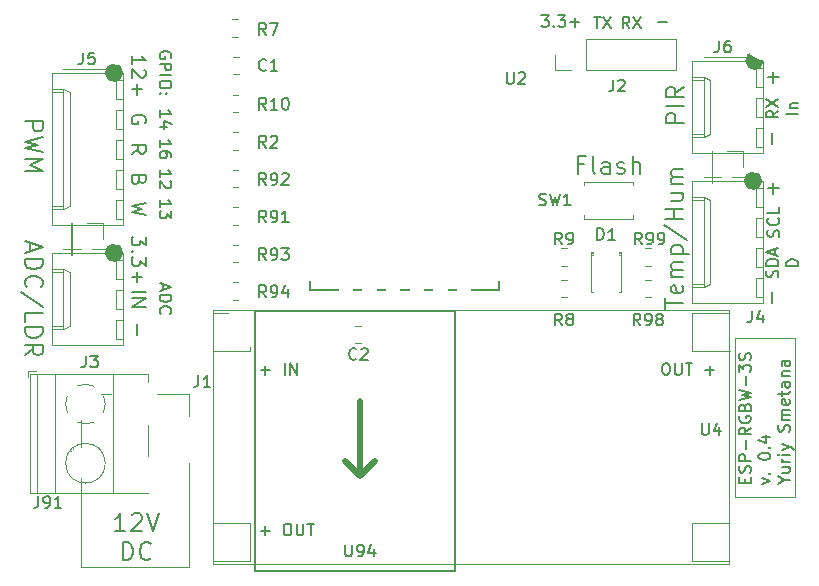
<source format=gto>
G04 #@! TF.GenerationSoftware,KiCad,Pcbnew,(5.1.9)-1*
G04 #@! TF.CreationDate,2021-06-01T19:36:45+03:00*
G04 #@! TF.ProjectId,ESP-RGBW-3S,4553502d-5247-4425-972d-33532e6b6963,0.4*
G04 #@! TF.SameCoordinates,Original*
G04 #@! TF.FileFunction,Legend,Top*
G04 #@! TF.FilePolarity,Positive*
%FSLAX46Y46*%
G04 Gerber Fmt 4.6, Leading zero omitted, Abs format (unit mm)*
G04 Created by KiCad (PCBNEW (5.1.9)-1) date 2021-06-01 19:36:45*
%MOMM*%
%LPD*%
G01*
G04 APERTURE LIST*
%ADD10C,0.200000*%
%ADD11C,0.800000*%
%ADD12C,0.120000*%
%ADD13C,0.150000*%
%ADD14C,0.127000*%
%ADD15C,0.500000*%
%ADD16C,0.152400*%
%ADD17C,2.702000*%
%ADD18C,2.642000*%
%ADD19O,2.302000X1.842000*%
%ADD20C,0.802000*%
%ADD21C,4.502000*%
%ADD22C,1.902000*%
%ADD23O,1.802000X1.802000*%
G04 APERTURE END LIST*
D10*
X31583333Y-49307904D02*
X31583333Y-49784095D01*
X31297619Y-49212666D02*
X32297619Y-49546000D01*
X31297619Y-49879333D01*
X31297619Y-50212666D02*
X32297619Y-50212666D01*
X32297619Y-50450761D01*
X32250000Y-50593619D01*
X32154761Y-50688857D01*
X32059523Y-50736476D01*
X31869047Y-50784095D01*
X31726190Y-50784095D01*
X31535714Y-50736476D01*
X31440476Y-50688857D01*
X31345238Y-50593619D01*
X31297619Y-50450761D01*
X31297619Y-50212666D01*
X31392857Y-51784095D02*
X31345238Y-51736476D01*
X31297619Y-51593619D01*
X31297619Y-51498380D01*
X31345238Y-51355523D01*
X31440476Y-51260285D01*
X31535714Y-51212666D01*
X31726190Y-51165047D01*
X31869047Y-51165047D01*
X32059523Y-51212666D01*
X32154761Y-51260285D01*
X32250000Y-51355523D01*
X32297619Y-51498380D01*
X32297619Y-51593619D01*
X32250000Y-51736476D01*
X32202380Y-51784095D01*
X32250000Y-30130904D02*
X32297619Y-30035666D01*
X32297619Y-29892809D01*
X32250000Y-29749952D01*
X32154761Y-29654714D01*
X32059523Y-29607095D01*
X31869047Y-29559476D01*
X31726190Y-29559476D01*
X31535714Y-29607095D01*
X31440476Y-29654714D01*
X31345238Y-29749952D01*
X31297619Y-29892809D01*
X31297619Y-29988047D01*
X31345238Y-30130904D01*
X31392857Y-30178523D01*
X31726190Y-30178523D01*
X31726190Y-29988047D01*
X31297619Y-30607095D02*
X32297619Y-30607095D01*
X32297619Y-30988047D01*
X32250000Y-31083285D01*
X32202380Y-31130904D01*
X32107142Y-31178523D01*
X31964285Y-31178523D01*
X31869047Y-31130904D01*
X31821428Y-31083285D01*
X31773809Y-30988047D01*
X31773809Y-30607095D01*
X31297619Y-31607095D02*
X32297619Y-31607095D01*
X32297619Y-32273761D02*
X32297619Y-32464238D01*
X32250000Y-32559476D01*
X32154761Y-32654714D01*
X31964285Y-32702333D01*
X31630952Y-32702333D01*
X31440476Y-32654714D01*
X31345238Y-32559476D01*
X31297619Y-32464238D01*
X31297619Y-32273761D01*
X31345238Y-32178523D01*
X31440476Y-32083285D01*
X31630952Y-32035666D01*
X31964285Y-32035666D01*
X32154761Y-32083285D01*
X32250000Y-32178523D01*
X32297619Y-32273761D01*
X31392857Y-33130904D02*
X31345238Y-33178523D01*
X31297619Y-33130904D01*
X31345238Y-33083285D01*
X31392857Y-33130904D01*
X31297619Y-33130904D01*
X31916666Y-33130904D02*
X31869047Y-33178523D01*
X31821428Y-33130904D01*
X31869047Y-33083285D01*
X31916666Y-33130904D01*
X31821428Y-33130904D01*
X31297619Y-42735523D02*
X31297619Y-42164095D01*
X31297619Y-42449809D02*
X32297619Y-42449809D01*
X32154761Y-42354571D01*
X32059523Y-42259333D01*
X32011904Y-42164095D01*
X32297619Y-43068857D02*
X32297619Y-43687904D01*
X31916666Y-43354571D01*
X31916666Y-43497428D01*
X31869047Y-43592666D01*
X31821428Y-43640285D01*
X31726190Y-43687904D01*
X31488095Y-43687904D01*
X31392857Y-43640285D01*
X31345238Y-43592666D01*
X31297619Y-43497428D01*
X31297619Y-43211714D01*
X31345238Y-43116476D01*
X31392857Y-43068857D01*
X31297619Y-40195523D02*
X31297619Y-39624095D01*
X31297619Y-39909809D02*
X32297619Y-39909809D01*
X32154761Y-39814571D01*
X32059523Y-39719333D01*
X32011904Y-39624095D01*
X32202380Y-40576476D02*
X32250000Y-40624095D01*
X32297619Y-40719333D01*
X32297619Y-40957428D01*
X32250000Y-41052666D01*
X32202380Y-41100285D01*
X32107142Y-41147904D01*
X32011904Y-41147904D01*
X31869047Y-41100285D01*
X31297619Y-40528857D01*
X31297619Y-41147904D01*
X31297619Y-37655523D02*
X31297619Y-37084095D01*
X31297619Y-37369809D02*
X32297619Y-37369809D01*
X32154761Y-37274571D01*
X32059523Y-37179333D01*
X32011904Y-37084095D01*
X32297619Y-38512666D02*
X32297619Y-38322190D01*
X32250000Y-38226952D01*
X32202380Y-38179333D01*
X32059523Y-38084095D01*
X31869047Y-38036476D01*
X31488095Y-38036476D01*
X31392857Y-38084095D01*
X31345238Y-38131714D01*
X31297619Y-38226952D01*
X31297619Y-38417428D01*
X31345238Y-38512666D01*
X31392857Y-38560285D01*
X31488095Y-38607904D01*
X31726190Y-38607904D01*
X31821428Y-38560285D01*
X31869047Y-38512666D01*
X31916666Y-38417428D01*
X31916666Y-38226952D01*
X31869047Y-38131714D01*
X31821428Y-38084095D01*
X31726190Y-38036476D01*
X31297619Y-35115523D02*
X31297619Y-34544095D01*
X31297619Y-34829809D02*
X32297619Y-34829809D01*
X32154761Y-34734571D01*
X32059523Y-34639333D01*
X32011904Y-34544095D01*
X31964285Y-35972666D02*
X31297619Y-35972666D01*
X32345238Y-35734571D02*
X31630952Y-35496476D01*
X31630952Y-36115523D01*
D11*
X82062609Y-30353000D02*
G75*
G03*
X82062609Y-30353000I-401609J0D01*
G01*
X81935609Y-40513000D02*
G75*
G03*
X81935609Y-40513000I-401609J0D01*
G01*
X27833609Y-46609000D02*
G75*
G03*
X27833609Y-46609000I-401609J0D01*
G01*
X27833609Y-31369000D02*
G75*
G03*
X27833609Y-31369000I-401609J0D01*
G01*
D12*
X85090000Y-53848000D02*
X80010000Y-53848000D01*
X85090000Y-67310000D02*
X85090000Y-53848000D01*
X80010000Y-67310000D02*
X85090000Y-67310000D01*
X80010000Y-53848000D02*
X80010000Y-67310000D01*
D13*
X80828571Y-66085404D02*
X80828571Y-65752071D01*
X81352380Y-65609214D02*
X81352380Y-66085404D01*
X80352380Y-66085404D01*
X80352380Y-65609214D01*
X81304761Y-65228261D02*
X81352380Y-65085404D01*
X81352380Y-64847309D01*
X81304761Y-64752071D01*
X81257142Y-64704452D01*
X81161904Y-64656833D01*
X81066666Y-64656833D01*
X80971428Y-64704452D01*
X80923809Y-64752071D01*
X80876190Y-64847309D01*
X80828571Y-65037785D01*
X80780952Y-65133023D01*
X80733333Y-65180642D01*
X80638095Y-65228261D01*
X80542857Y-65228261D01*
X80447619Y-65180642D01*
X80400000Y-65133023D01*
X80352380Y-65037785D01*
X80352380Y-64799690D01*
X80400000Y-64656833D01*
X81352380Y-64228261D02*
X80352380Y-64228261D01*
X80352380Y-63847309D01*
X80400000Y-63752071D01*
X80447619Y-63704452D01*
X80542857Y-63656833D01*
X80685714Y-63656833D01*
X80780952Y-63704452D01*
X80828571Y-63752071D01*
X80876190Y-63847309D01*
X80876190Y-64228261D01*
X80971428Y-63228261D02*
X80971428Y-62466357D01*
X81352380Y-61418738D02*
X80876190Y-61752071D01*
X81352380Y-61990166D02*
X80352380Y-61990166D01*
X80352380Y-61609214D01*
X80400000Y-61513976D01*
X80447619Y-61466357D01*
X80542857Y-61418738D01*
X80685714Y-61418738D01*
X80780952Y-61466357D01*
X80828571Y-61513976D01*
X80876190Y-61609214D01*
X80876190Y-61990166D01*
X80400000Y-60466357D02*
X80352380Y-60561595D01*
X80352380Y-60704452D01*
X80400000Y-60847309D01*
X80495238Y-60942547D01*
X80590476Y-60990166D01*
X80780952Y-61037785D01*
X80923809Y-61037785D01*
X81114285Y-60990166D01*
X81209523Y-60942547D01*
X81304761Y-60847309D01*
X81352380Y-60704452D01*
X81352380Y-60609214D01*
X81304761Y-60466357D01*
X81257142Y-60418738D01*
X80923809Y-60418738D01*
X80923809Y-60609214D01*
X80828571Y-59656833D02*
X80876190Y-59513976D01*
X80923809Y-59466357D01*
X81019047Y-59418738D01*
X81161904Y-59418738D01*
X81257142Y-59466357D01*
X81304761Y-59513976D01*
X81352380Y-59609214D01*
X81352380Y-59990166D01*
X80352380Y-59990166D01*
X80352380Y-59656833D01*
X80400000Y-59561595D01*
X80447619Y-59513976D01*
X80542857Y-59466357D01*
X80638095Y-59466357D01*
X80733333Y-59513976D01*
X80780952Y-59561595D01*
X80828571Y-59656833D01*
X80828571Y-59990166D01*
X80352380Y-59085404D02*
X81352380Y-58847309D01*
X80638095Y-58656833D01*
X81352380Y-58466357D01*
X80352380Y-58228261D01*
X80971428Y-57847309D02*
X80971428Y-57085404D01*
X80352380Y-56704452D02*
X80352380Y-56085404D01*
X80733333Y-56418738D01*
X80733333Y-56275880D01*
X80780952Y-56180642D01*
X80828571Y-56133023D01*
X80923809Y-56085404D01*
X81161904Y-56085404D01*
X81257142Y-56133023D01*
X81304761Y-56180642D01*
X81352380Y-56275880D01*
X81352380Y-56561595D01*
X81304761Y-56656833D01*
X81257142Y-56704452D01*
X81304761Y-55704452D02*
X81352380Y-55561595D01*
X81352380Y-55323500D01*
X81304761Y-55228261D01*
X81257142Y-55180642D01*
X81161904Y-55133023D01*
X81066666Y-55133023D01*
X80971428Y-55180642D01*
X80923809Y-55228261D01*
X80876190Y-55323500D01*
X80828571Y-55513976D01*
X80780952Y-55609214D01*
X80733333Y-55656833D01*
X80638095Y-55704452D01*
X80542857Y-55704452D01*
X80447619Y-55656833D01*
X80400000Y-55609214D01*
X80352380Y-55513976D01*
X80352380Y-55275880D01*
X80400000Y-55133023D01*
X82335714Y-66180642D02*
X83002380Y-65942547D01*
X82335714Y-65704452D01*
X82907142Y-65323500D02*
X82954761Y-65275880D01*
X83002380Y-65323500D01*
X82954761Y-65371119D01*
X82907142Y-65323500D01*
X83002380Y-65323500D01*
X82002380Y-63894928D02*
X82002380Y-63799690D01*
X82050000Y-63704452D01*
X82097619Y-63656833D01*
X82192857Y-63609214D01*
X82383333Y-63561595D01*
X82621428Y-63561595D01*
X82811904Y-63609214D01*
X82907142Y-63656833D01*
X82954761Y-63704452D01*
X83002380Y-63799690D01*
X83002380Y-63894928D01*
X82954761Y-63990166D01*
X82907142Y-64037785D01*
X82811904Y-64085404D01*
X82621428Y-64133023D01*
X82383333Y-64133023D01*
X82192857Y-64085404D01*
X82097619Y-64037785D01*
X82050000Y-63990166D01*
X82002380Y-63894928D01*
X82907142Y-63133023D02*
X82954761Y-63085404D01*
X83002380Y-63133023D01*
X82954761Y-63180642D01*
X82907142Y-63133023D01*
X83002380Y-63133023D01*
X82335714Y-62228261D02*
X83002380Y-62228261D01*
X81954761Y-62466357D02*
X82669047Y-62704452D01*
X82669047Y-62085404D01*
X84176190Y-65894928D02*
X84652380Y-65894928D01*
X83652380Y-66228261D02*
X84176190Y-65894928D01*
X83652380Y-65561595D01*
X83985714Y-64799690D02*
X84652380Y-64799690D01*
X83985714Y-65228261D02*
X84509523Y-65228261D01*
X84604761Y-65180642D01*
X84652380Y-65085404D01*
X84652380Y-64942547D01*
X84604761Y-64847309D01*
X84557142Y-64799690D01*
X84652380Y-64323500D02*
X83985714Y-64323500D01*
X84176190Y-64323500D02*
X84080952Y-64275880D01*
X84033333Y-64228261D01*
X83985714Y-64133023D01*
X83985714Y-64037785D01*
X84652380Y-63704452D02*
X83985714Y-63704452D01*
X83652380Y-63704452D02*
X83700000Y-63752071D01*
X83747619Y-63704452D01*
X83700000Y-63656833D01*
X83652380Y-63704452D01*
X83747619Y-63704452D01*
X83985714Y-63323500D02*
X84652380Y-63085404D01*
X83985714Y-62847309D02*
X84652380Y-63085404D01*
X84890476Y-63180642D01*
X84938095Y-63228261D01*
X84985714Y-63323500D01*
X84604761Y-61752071D02*
X84652380Y-61609214D01*
X84652380Y-61371119D01*
X84604761Y-61275880D01*
X84557142Y-61228261D01*
X84461904Y-61180642D01*
X84366666Y-61180642D01*
X84271428Y-61228261D01*
X84223809Y-61275880D01*
X84176190Y-61371119D01*
X84128571Y-61561595D01*
X84080952Y-61656833D01*
X84033333Y-61704452D01*
X83938095Y-61752071D01*
X83842857Y-61752071D01*
X83747619Y-61704452D01*
X83700000Y-61656833D01*
X83652380Y-61561595D01*
X83652380Y-61323500D01*
X83700000Y-61180642D01*
X84652380Y-60752071D02*
X83985714Y-60752071D01*
X84080952Y-60752071D02*
X84033333Y-60704452D01*
X83985714Y-60609214D01*
X83985714Y-60466357D01*
X84033333Y-60371119D01*
X84128571Y-60323500D01*
X84652380Y-60323500D01*
X84128571Y-60323500D02*
X84033333Y-60275880D01*
X83985714Y-60180642D01*
X83985714Y-60037785D01*
X84033333Y-59942547D01*
X84128571Y-59894928D01*
X84652380Y-59894928D01*
X84604761Y-59037785D02*
X84652380Y-59133023D01*
X84652380Y-59323500D01*
X84604761Y-59418738D01*
X84509523Y-59466357D01*
X84128571Y-59466357D01*
X84033333Y-59418738D01*
X83985714Y-59323500D01*
X83985714Y-59133023D01*
X84033333Y-59037785D01*
X84128571Y-58990166D01*
X84223809Y-58990166D01*
X84319047Y-59466357D01*
X83985714Y-58704452D02*
X83985714Y-58323500D01*
X83652380Y-58561595D02*
X84509523Y-58561595D01*
X84604761Y-58513976D01*
X84652380Y-58418738D01*
X84652380Y-58323500D01*
X84652380Y-57561595D02*
X84128571Y-57561595D01*
X84033333Y-57609214D01*
X83985714Y-57704452D01*
X83985714Y-57894928D01*
X84033333Y-57990166D01*
X84604761Y-57561595D02*
X84652380Y-57656833D01*
X84652380Y-57894928D01*
X84604761Y-57990166D01*
X84509523Y-58037785D01*
X84414285Y-58037785D01*
X84319047Y-57990166D01*
X84271428Y-57894928D01*
X84271428Y-57656833D01*
X84223809Y-57561595D01*
X83985714Y-57085404D02*
X84652380Y-57085404D01*
X84080952Y-57085404D02*
X84033333Y-57037785D01*
X83985714Y-56942547D01*
X83985714Y-56799690D01*
X84033333Y-56704452D01*
X84128571Y-56656833D01*
X84652380Y-56656833D01*
X84652380Y-55752071D02*
X84128571Y-55752071D01*
X84033333Y-55799690D01*
X83985714Y-55894928D01*
X83985714Y-56085404D01*
X84033333Y-56180642D01*
X84604761Y-55752071D02*
X84652380Y-55847309D01*
X84652380Y-56085404D01*
X84604761Y-56180642D01*
X84509523Y-56228261D01*
X84414285Y-56228261D01*
X84319047Y-56180642D01*
X84271428Y-56085404D01*
X84271428Y-55847309D01*
X84223809Y-55752071D01*
D10*
X67199142Y-39135857D02*
X66699142Y-39135857D01*
X66699142Y-39921571D02*
X66699142Y-38421571D01*
X67413428Y-38421571D01*
X68199142Y-39921571D02*
X68056285Y-39850142D01*
X67984857Y-39707285D01*
X67984857Y-38421571D01*
X69413428Y-39921571D02*
X69413428Y-39135857D01*
X69342000Y-38993000D01*
X69199142Y-38921571D01*
X68913428Y-38921571D01*
X68770571Y-38993000D01*
X69413428Y-39850142D02*
X69270571Y-39921571D01*
X68913428Y-39921571D01*
X68770571Y-39850142D01*
X68699142Y-39707285D01*
X68699142Y-39564428D01*
X68770571Y-39421571D01*
X68913428Y-39350142D01*
X69270571Y-39350142D01*
X69413428Y-39278714D01*
X70056285Y-39850142D02*
X70199142Y-39921571D01*
X70484857Y-39921571D01*
X70627714Y-39850142D01*
X70699142Y-39707285D01*
X70699142Y-39635857D01*
X70627714Y-39493000D01*
X70484857Y-39421571D01*
X70270571Y-39421571D01*
X70127714Y-39350142D01*
X70056285Y-39207285D01*
X70056285Y-39135857D01*
X70127714Y-38993000D01*
X70270571Y-38921571D01*
X70484857Y-38921571D01*
X70627714Y-38993000D01*
X71342000Y-39921571D02*
X71342000Y-38421571D01*
X71984857Y-39921571D02*
X71984857Y-39135857D01*
X71913428Y-38993000D01*
X71770571Y-38921571D01*
X71556285Y-38921571D01*
X71413428Y-38993000D01*
X71342000Y-39064428D01*
X71080333Y-27630380D02*
X70747000Y-27154190D01*
X70508904Y-27630380D02*
X70508904Y-26630380D01*
X70889857Y-26630380D01*
X70985095Y-26678000D01*
X71032714Y-26725619D01*
X71080333Y-26820857D01*
X71080333Y-26963714D01*
X71032714Y-27058952D01*
X70985095Y-27106571D01*
X70889857Y-27154190D01*
X70508904Y-27154190D01*
X71413666Y-26630380D02*
X72080333Y-27630380D01*
X72080333Y-26630380D02*
X71413666Y-27630380D01*
X68072095Y-26630380D02*
X68643523Y-26630380D01*
X68357809Y-27630380D02*
X68357809Y-26630380D01*
X68881619Y-26630380D02*
X69548285Y-27630380D01*
X69548285Y-26630380D02*
X68881619Y-27630380D01*
X73533047Y-27122428D02*
X74294952Y-27122428D01*
X63611333Y-26503380D02*
X64230380Y-26503380D01*
X63897047Y-26884333D01*
X64039904Y-26884333D01*
X64135142Y-26931952D01*
X64182761Y-26979571D01*
X64230380Y-27074809D01*
X64230380Y-27312904D01*
X64182761Y-27408142D01*
X64135142Y-27455761D01*
X64039904Y-27503380D01*
X63754190Y-27503380D01*
X63658952Y-27455761D01*
X63611333Y-27408142D01*
X64658952Y-27408142D02*
X64706571Y-27455761D01*
X64658952Y-27503380D01*
X64611333Y-27455761D01*
X64658952Y-27408142D01*
X64658952Y-27503380D01*
X65039904Y-26503380D02*
X65658952Y-26503380D01*
X65325619Y-26884333D01*
X65468476Y-26884333D01*
X65563714Y-26931952D01*
X65611333Y-26979571D01*
X65658952Y-27074809D01*
X65658952Y-27312904D01*
X65611333Y-27408142D01*
X65563714Y-27455761D01*
X65468476Y-27503380D01*
X65182761Y-27503380D01*
X65087523Y-27455761D01*
X65039904Y-27408142D01*
X66087523Y-27122428D02*
X66849428Y-27122428D01*
X66468476Y-27503380D02*
X66468476Y-26741476D01*
X28408428Y-70192571D02*
X27551285Y-70192571D01*
X27979857Y-70192571D02*
X27979857Y-68692571D01*
X27837000Y-68906857D01*
X27694142Y-69049714D01*
X27551285Y-69121142D01*
X28979857Y-68835428D02*
X29051285Y-68764000D01*
X29194142Y-68692571D01*
X29551285Y-68692571D01*
X29694142Y-68764000D01*
X29765571Y-68835428D01*
X29837000Y-68978285D01*
X29837000Y-69121142D01*
X29765571Y-69335428D01*
X28908428Y-70192571D01*
X29837000Y-70192571D01*
X30265571Y-68692571D02*
X30765571Y-70192571D01*
X31265571Y-68692571D01*
X28194142Y-72642571D02*
X28194142Y-71142571D01*
X28551285Y-71142571D01*
X28765571Y-71214000D01*
X28908428Y-71356857D01*
X28979857Y-71499714D01*
X29051285Y-71785428D01*
X29051285Y-71999714D01*
X28979857Y-72285428D01*
X28908428Y-72428285D01*
X28765571Y-72571142D01*
X28551285Y-72642571D01*
X28194142Y-72642571D01*
X30551285Y-72499714D02*
X30479857Y-72571142D01*
X30265571Y-72642571D01*
X30122714Y-72642571D01*
X29908428Y-72571142D01*
X29765571Y-72428285D01*
X29694142Y-72285428D01*
X29622714Y-71999714D01*
X29622714Y-71785428D01*
X29694142Y-71499714D01*
X29765571Y-71356857D01*
X29908428Y-71214000D01*
X30122714Y-71142571D01*
X30265571Y-71142571D01*
X30479857Y-71214000D01*
X30551285Y-71285428D01*
X19895428Y-35484857D02*
X21395428Y-35484857D01*
X21395428Y-36056285D01*
X21324000Y-36199142D01*
X21252571Y-36270571D01*
X21109714Y-36342000D01*
X20895428Y-36342000D01*
X20752571Y-36270571D01*
X20681142Y-36199142D01*
X20609714Y-36056285D01*
X20609714Y-35484857D01*
X21395428Y-36842000D02*
X19895428Y-37199142D01*
X20966857Y-37484857D01*
X19895428Y-37770571D01*
X21395428Y-38127714D01*
X19895428Y-38699142D02*
X21395428Y-38699142D01*
X20324000Y-39199142D01*
X21395428Y-39699142D01*
X19895428Y-39699142D01*
X20324000Y-45796000D02*
X20324000Y-46510285D01*
X19895428Y-45653142D02*
X21395428Y-46153142D01*
X19895428Y-46653142D01*
X19895428Y-47153142D02*
X21395428Y-47153142D01*
X21395428Y-47510285D01*
X21324000Y-47724571D01*
X21181142Y-47867428D01*
X21038285Y-47938857D01*
X20752571Y-48010285D01*
X20538285Y-48010285D01*
X20252571Y-47938857D01*
X20109714Y-47867428D01*
X19966857Y-47724571D01*
X19895428Y-47510285D01*
X19895428Y-47153142D01*
X20038285Y-49510285D02*
X19966857Y-49438857D01*
X19895428Y-49224571D01*
X19895428Y-49081714D01*
X19966857Y-48867428D01*
X20109714Y-48724571D01*
X20252571Y-48653142D01*
X20538285Y-48581714D01*
X20752571Y-48581714D01*
X21038285Y-48653142D01*
X21181142Y-48724571D01*
X21324000Y-48867428D01*
X21395428Y-49081714D01*
X21395428Y-49224571D01*
X21324000Y-49438857D01*
X21252571Y-49510285D01*
X21466857Y-51224571D02*
X19538285Y-49938857D01*
X19895428Y-52438857D02*
X19895428Y-51724571D01*
X21395428Y-51724571D01*
X19895428Y-52938857D02*
X21395428Y-52938857D01*
X21395428Y-53296000D01*
X21324000Y-53510285D01*
X21181142Y-53653142D01*
X21038285Y-53724571D01*
X20752571Y-53796000D01*
X20538285Y-53796000D01*
X20252571Y-53724571D01*
X20109714Y-53653142D01*
X19966857Y-53510285D01*
X19895428Y-53296000D01*
X19895428Y-52938857D01*
X19895428Y-55296000D02*
X20609714Y-54796000D01*
X19895428Y-54438857D02*
X21395428Y-54438857D01*
X21395428Y-55010285D01*
X21324000Y-55153142D01*
X21252571Y-55224571D01*
X21109714Y-55296000D01*
X20895428Y-55296000D01*
X20752571Y-55224571D01*
X20681142Y-55153142D01*
X20609714Y-55010285D01*
X20609714Y-54438857D01*
X83270714Y-41605142D02*
X83270714Y-40690857D01*
X83727857Y-41148000D02*
X82813571Y-41148000D01*
X83716761Y-45259476D02*
X83764380Y-45116619D01*
X83764380Y-44878523D01*
X83716761Y-44783285D01*
X83669142Y-44735666D01*
X83573904Y-44688047D01*
X83478666Y-44688047D01*
X83383428Y-44735666D01*
X83335809Y-44783285D01*
X83288190Y-44878523D01*
X83240571Y-45069000D01*
X83192952Y-45164238D01*
X83145333Y-45211857D01*
X83050095Y-45259476D01*
X82954857Y-45259476D01*
X82859619Y-45211857D01*
X82812000Y-45164238D01*
X82764380Y-45069000D01*
X82764380Y-44830904D01*
X82812000Y-44688047D01*
X83669142Y-43688047D02*
X83716761Y-43735666D01*
X83764380Y-43878523D01*
X83764380Y-43973761D01*
X83716761Y-44116619D01*
X83621523Y-44211857D01*
X83526285Y-44259476D01*
X83335809Y-44307095D01*
X83192952Y-44307095D01*
X83002476Y-44259476D01*
X82907238Y-44211857D01*
X82812000Y-44116619D01*
X82764380Y-43973761D01*
X82764380Y-43878523D01*
X82812000Y-43735666D01*
X82859619Y-43688047D01*
X83764380Y-42783285D02*
X83764380Y-43259476D01*
X82764380Y-43259476D01*
X83628761Y-48712285D02*
X83676380Y-48569428D01*
X83676380Y-48331333D01*
X83628761Y-48236095D01*
X83581142Y-48188476D01*
X83485904Y-48140857D01*
X83390666Y-48140857D01*
X83295428Y-48188476D01*
X83247809Y-48236095D01*
X83200190Y-48331333D01*
X83152571Y-48521809D01*
X83104952Y-48617047D01*
X83057333Y-48664666D01*
X82962095Y-48712285D01*
X82866857Y-48712285D01*
X82771619Y-48664666D01*
X82724000Y-48617047D01*
X82676380Y-48521809D01*
X82676380Y-48283714D01*
X82724000Y-48140857D01*
X83676380Y-47712285D02*
X82676380Y-47712285D01*
X82676380Y-47474190D01*
X82724000Y-47331333D01*
X82819238Y-47236095D01*
X82914476Y-47188476D01*
X83104952Y-47140857D01*
X83247809Y-47140857D01*
X83438285Y-47188476D01*
X83533523Y-47236095D01*
X83628761Y-47331333D01*
X83676380Y-47474190D01*
X83676380Y-47712285D01*
X83390666Y-46759904D02*
X83390666Y-46283714D01*
X83676380Y-46855142D02*
X82676380Y-46521809D01*
X83676380Y-46188476D01*
X85376380Y-47759904D02*
X84376380Y-47759904D01*
X84376380Y-47521809D01*
X84424000Y-47378952D01*
X84519238Y-47283714D01*
X84614476Y-47236095D01*
X84804952Y-47188476D01*
X84947809Y-47188476D01*
X85138285Y-47236095D01*
X85233523Y-47283714D01*
X85328761Y-47378952D01*
X85376380Y-47521809D01*
X85376380Y-47759904D01*
X83143714Y-50876142D02*
X83143714Y-49961857D01*
X74108571Y-51339000D02*
X74108571Y-50481857D01*
X75608571Y-50910428D02*
X74108571Y-50910428D01*
X75537142Y-49410428D02*
X75608571Y-49553285D01*
X75608571Y-49839000D01*
X75537142Y-49981857D01*
X75394285Y-50053285D01*
X74822857Y-50053285D01*
X74680000Y-49981857D01*
X74608571Y-49839000D01*
X74608571Y-49553285D01*
X74680000Y-49410428D01*
X74822857Y-49339000D01*
X74965714Y-49339000D01*
X75108571Y-50053285D01*
X75608571Y-48696142D02*
X74608571Y-48696142D01*
X74751428Y-48696142D02*
X74680000Y-48624714D01*
X74608571Y-48481857D01*
X74608571Y-48267571D01*
X74680000Y-48124714D01*
X74822857Y-48053285D01*
X75608571Y-48053285D01*
X74822857Y-48053285D02*
X74680000Y-47981857D01*
X74608571Y-47839000D01*
X74608571Y-47624714D01*
X74680000Y-47481857D01*
X74822857Y-47410428D01*
X75608571Y-47410428D01*
X74608571Y-46696142D02*
X76108571Y-46696142D01*
X74680000Y-46696142D02*
X74608571Y-46553285D01*
X74608571Y-46267571D01*
X74680000Y-46124714D01*
X74751428Y-46053285D01*
X74894285Y-45981857D01*
X75322857Y-45981857D01*
X75465714Y-46053285D01*
X75537142Y-46124714D01*
X75608571Y-46267571D01*
X75608571Y-46553285D01*
X75537142Y-46696142D01*
X74037142Y-44267571D02*
X75965714Y-45553285D01*
X75608571Y-43767571D02*
X74108571Y-43767571D01*
X74822857Y-43767571D02*
X74822857Y-42910428D01*
X75608571Y-42910428D02*
X74108571Y-42910428D01*
X74608571Y-41553285D02*
X75608571Y-41553285D01*
X74608571Y-42196142D02*
X75394285Y-42196142D01*
X75537142Y-42124714D01*
X75608571Y-41981857D01*
X75608571Y-41767571D01*
X75537142Y-41624714D01*
X75465714Y-41553285D01*
X75608571Y-40839000D02*
X74608571Y-40839000D01*
X74751428Y-40839000D02*
X74680000Y-40767571D01*
X74608571Y-40624714D01*
X74608571Y-40410428D01*
X74680000Y-40267571D01*
X74822857Y-40196142D01*
X75608571Y-40196142D01*
X74822857Y-40196142D02*
X74680000Y-40124714D01*
X74608571Y-39981857D01*
X74608571Y-39767571D01*
X74680000Y-39624714D01*
X74822857Y-39553285D01*
X75608571Y-39553285D01*
X75684771Y-35663000D02*
X74184771Y-35663000D01*
X74184771Y-35091571D01*
X74256200Y-34948714D01*
X74327628Y-34877285D01*
X74470485Y-34805857D01*
X74684771Y-34805857D01*
X74827628Y-34877285D01*
X74899057Y-34948714D01*
X74970485Y-35091571D01*
X74970485Y-35663000D01*
X75684771Y-34163000D02*
X74184771Y-34163000D01*
X75684771Y-32591571D02*
X74970485Y-33091571D01*
X75684771Y-33448714D02*
X74184771Y-33448714D01*
X74184771Y-32877285D01*
X74256200Y-32734428D01*
X74327628Y-32663000D01*
X74470485Y-32591571D01*
X74684771Y-32591571D01*
X74827628Y-32663000D01*
X74899057Y-32734428D01*
X74970485Y-32877285D01*
X74970485Y-33448714D01*
X83270714Y-32207142D02*
X83270714Y-31292857D01*
X83727857Y-31750000D02*
X82813571Y-31750000D01*
X83676380Y-34583666D02*
X83200190Y-34917000D01*
X83676380Y-35155095D02*
X82676380Y-35155095D01*
X82676380Y-34774142D01*
X82724000Y-34678904D01*
X82771619Y-34631285D01*
X82866857Y-34583666D01*
X83009714Y-34583666D01*
X83104952Y-34631285D01*
X83152571Y-34678904D01*
X83200190Y-34774142D01*
X83200190Y-35155095D01*
X82676380Y-34250333D02*
X83676380Y-33583666D01*
X82676380Y-33583666D02*
X83676380Y-34250333D01*
X85376380Y-34869380D02*
X84376380Y-34869380D01*
X84709714Y-34393190D02*
X85376380Y-34393190D01*
X84804952Y-34393190D02*
X84757333Y-34345571D01*
X84709714Y-34250333D01*
X84709714Y-34107476D01*
X84757333Y-34012238D01*
X84852571Y-33964619D01*
X85376380Y-33964619D01*
X83143714Y-37414142D02*
X83143714Y-36499857D01*
X29378285Y-52628857D02*
X29378285Y-53543142D01*
X30121142Y-45244000D02*
X30121142Y-45986857D01*
X29664000Y-45586857D01*
X29664000Y-45758285D01*
X29606857Y-45872571D01*
X29549714Y-45929714D01*
X29435428Y-45986857D01*
X29149714Y-45986857D01*
X29035428Y-45929714D01*
X28978285Y-45872571D01*
X28921142Y-45758285D01*
X28921142Y-45415428D01*
X28978285Y-45301142D01*
X29035428Y-45244000D01*
X29035428Y-46501142D02*
X28978285Y-46558285D01*
X28921142Y-46501142D01*
X28978285Y-46444000D01*
X29035428Y-46501142D01*
X28921142Y-46501142D01*
X30121142Y-46958285D02*
X30121142Y-47701142D01*
X29664000Y-47301142D01*
X29664000Y-47472571D01*
X29606857Y-47586857D01*
X29549714Y-47644000D01*
X29435428Y-47701142D01*
X29149714Y-47701142D01*
X29035428Y-47644000D01*
X28978285Y-47586857D01*
X28921142Y-47472571D01*
X28921142Y-47129714D01*
X28978285Y-47015428D01*
X29035428Y-46958285D01*
X29378285Y-48215428D02*
X29378285Y-49129714D01*
X28921142Y-48672571D02*
X29835428Y-48672571D01*
X28921142Y-49917428D02*
X30121142Y-49917428D01*
X28921142Y-50488857D02*
X30121142Y-50488857D01*
X28921142Y-51174571D01*
X30121142Y-51174571D01*
X30121142Y-42411714D02*
X28921142Y-42697428D01*
X29778285Y-42926000D01*
X28921142Y-43154571D01*
X30121142Y-43440285D01*
X29549714Y-40471714D02*
X29492571Y-40643142D01*
X29435428Y-40700285D01*
X29321142Y-40757428D01*
X29149714Y-40757428D01*
X29035428Y-40700285D01*
X28978285Y-40643142D01*
X28921142Y-40528857D01*
X28921142Y-40071714D01*
X30121142Y-40071714D01*
X30121142Y-40471714D01*
X30064000Y-40586000D01*
X30006857Y-40643142D01*
X29892571Y-40700285D01*
X29778285Y-40700285D01*
X29664000Y-40643142D01*
X29606857Y-40586000D01*
X29549714Y-40471714D01*
X29549714Y-40071714D01*
X28921142Y-38217428D02*
X29492571Y-37817428D01*
X28921142Y-37531714D02*
X30121142Y-37531714D01*
X30121142Y-37988857D01*
X30064000Y-38103142D01*
X30006857Y-38160285D01*
X29892571Y-38217428D01*
X29721142Y-38217428D01*
X29606857Y-38160285D01*
X29549714Y-38103142D01*
X29492571Y-37988857D01*
X29492571Y-37531714D01*
X30064000Y-35620285D02*
X30121142Y-35506000D01*
X30121142Y-35334571D01*
X30064000Y-35163142D01*
X29949714Y-35048857D01*
X29835428Y-34991714D01*
X29606857Y-34934571D01*
X29435428Y-34934571D01*
X29206857Y-34991714D01*
X29092571Y-35048857D01*
X28978285Y-35163142D01*
X28921142Y-35334571D01*
X28921142Y-35448857D01*
X28978285Y-35620285D01*
X29035428Y-35677428D01*
X29435428Y-35677428D01*
X29435428Y-35448857D01*
X28921142Y-30651571D02*
X28921142Y-29965857D01*
X28921142Y-30308714D02*
X30121142Y-30308714D01*
X29949714Y-30194428D01*
X29835428Y-30080142D01*
X29778285Y-29965857D01*
X30006857Y-31108714D02*
X30064000Y-31165857D01*
X30121142Y-31280142D01*
X30121142Y-31565857D01*
X30064000Y-31680142D01*
X30006857Y-31737285D01*
X29892571Y-31794428D01*
X29778285Y-31794428D01*
X29606857Y-31737285D01*
X28921142Y-31051571D01*
X28921142Y-31794428D01*
X29378285Y-32308714D02*
X29378285Y-33223000D01*
X28921142Y-32765857D02*
X29835428Y-32765857D01*
D14*
X39344600Y-51587400D02*
X39344600Y-73587400D01*
X39344600Y-51587400D02*
X56344600Y-51587400D01*
X56344600Y-51587400D02*
X56344600Y-73587400D01*
X56344600Y-73587400D02*
X39344600Y-73587400D01*
D15*
X48234600Y-59207400D02*
X48234600Y-65557400D01*
X48234600Y-65557400D02*
X49504600Y-64287400D01*
X48234600Y-65557400D02*
X46964600Y-64287400D01*
D12*
X26699000Y-64436000D02*
G75*
G03*
X26699000Y-64436000I-1680000J0D01*
G01*
X20919000Y-56876000D02*
X20919000Y-66996000D01*
X22419000Y-56876000D02*
X22419000Y-66996000D01*
X27320000Y-56876000D02*
X27320000Y-66996000D01*
X30280000Y-56876000D02*
X30280000Y-66996000D01*
X20359000Y-56876000D02*
X20359000Y-66996000D01*
X30280000Y-56876000D02*
X20359000Y-56876000D01*
X30280000Y-66996000D02*
X20359000Y-66996000D01*
X26088000Y-65711000D02*
X26042000Y-65664000D01*
X23780000Y-63402000D02*
X23745000Y-63367000D01*
X26294000Y-65506000D02*
X26258000Y-65471000D01*
X23996000Y-63209000D02*
X23950000Y-63162000D01*
X20859000Y-56636000D02*
X20119000Y-56636000D01*
X20119000Y-56636000D02*
X20119000Y-57136000D01*
X23338747Y-59464805D02*
G75*
G02*
X23484000Y-58752000I1680253J28805D01*
G01*
X24335958Y-57900574D02*
G75*
G02*
X25703000Y-57901000I683042J-1535426D01*
G01*
X26554426Y-58752958D02*
G75*
G02*
X26554000Y-60120000I-1535426J-683042D01*
G01*
X25702042Y-60971426D02*
G75*
G02*
X24335000Y-60971000I-683042J1535426D01*
G01*
X23484244Y-60119318D02*
G75*
G02*
X23339000Y-59436000I1534756J683318D01*
G01*
X38918000Y-54610000D02*
X38918000Y-54920000D01*
X35788000Y-51760000D02*
X37088000Y-51760000D01*
X35788000Y-54915000D02*
X38918000Y-54920000D01*
X35788000Y-69540000D02*
X38918000Y-69540000D01*
X38918000Y-69540000D02*
X38918000Y-72700000D01*
X35788000Y-72700000D02*
X38918000Y-72700000D01*
X76398000Y-51760000D02*
X79513000Y-51760000D01*
X76398000Y-54920000D02*
X79558000Y-54920000D01*
X76398000Y-54920000D02*
X76398000Y-51760000D01*
X76398000Y-69540000D02*
X79513000Y-69540000D01*
X76398000Y-72700000D02*
X79513000Y-72700000D01*
X76398000Y-72700000D02*
X76398000Y-69540000D01*
X35783000Y-72955000D02*
X79533000Y-72955000D01*
X35783000Y-51505000D02*
X35783000Y-72955000D01*
X79533000Y-51505000D02*
X35783000Y-51505000D01*
X79533000Y-72955000D02*
X79533000Y-51505000D01*
X72871064Y-46255000D02*
X72416936Y-46255000D01*
X72871064Y-47725000D02*
X72416936Y-47725000D01*
X72871064Y-48922000D02*
X72416936Y-48922000D01*
X72871064Y-50392000D02*
X72416936Y-50392000D01*
X37517336Y-49125200D02*
X37971464Y-49125200D01*
X37517336Y-50595200D02*
X37971464Y-50595200D01*
X37491936Y-45951510D02*
X37946064Y-45951510D01*
X37491936Y-47421510D02*
X37946064Y-47421510D01*
X37491936Y-39604140D02*
X37946064Y-39604140D01*
X37491936Y-41074140D02*
X37946064Y-41074140D01*
X37491936Y-42777825D02*
X37946064Y-42777825D01*
X37491936Y-44247825D02*
X37946064Y-44247825D01*
X80705000Y-38040000D02*
X80705000Y-39370000D01*
X79375000Y-38040000D02*
X80705000Y-38040000D01*
X78105000Y-38040000D02*
X78105000Y-40700000D01*
X78105000Y-40700000D02*
X78045000Y-40700000D01*
X78105000Y-38040000D02*
X78045000Y-38040000D01*
X78045000Y-38040000D02*
X78045000Y-40700000D01*
X23816000Y-44136000D02*
X23816000Y-46796000D01*
X23876000Y-44136000D02*
X23816000Y-44136000D01*
X23876000Y-46796000D02*
X23816000Y-46796000D01*
X23876000Y-44136000D02*
X23876000Y-46796000D01*
X25146000Y-44136000D02*
X26476000Y-44136000D01*
X26476000Y-44136000D02*
X26476000Y-45466000D01*
X47846348Y-52782800D02*
X48368852Y-52782800D01*
X47846348Y-54252800D02*
X48368852Y-54252800D01*
X37483148Y-30053085D02*
X38005652Y-30053085D01*
X37483148Y-31523085D02*
X38005652Y-31523085D01*
X37946064Y-34726770D02*
X37491936Y-34726770D01*
X37946064Y-33256770D02*
X37491936Y-33256770D01*
X65304936Y-46255000D02*
X65759064Y-46255000D01*
X65304936Y-47725000D02*
X65759064Y-47725000D01*
X65304936Y-48922000D02*
X65759064Y-48922000D01*
X65304936Y-50392000D02*
X65759064Y-50392000D01*
X37466536Y-26849400D02*
X37920664Y-26849400D01*
X37466536Y-28319400D02*
X37920664Y-28319400D01*
X37491936Y-36430455D02*
X37946064Y-36430455D01*
X37491936Y-37900455D02*
X37946064Y-37900455D01*
X82405000Y-40530000D02*
X76385000Y-40530000D01*
X76385000Y-40530000D02*
X76385000Y-50910000D01*
X76385000Y-50910000D02*
X82405000Y-50910000D01*
X82405000Y-50910000D02*
X82405000Y-40530000D01*
X81375000Y-40240000D02*
X77375000Y-40240000D01*
X76385000Y-41910000D02*
X77385000Y-41910000D01*
X77385000Y-41910000D02*
X77385000Y-49530000D01*
X77385000Y-49530000D02*
X76385000Y-49530000D01*
X77385000Y-41910000D02*
X77915000Y-42160000D01*
X77915000Y-42160000D02*
X77915000Y-49280000D01*
X77915000Y-49280000D02*
X77385000Y-49530000D01*
X76385000Y-42160000D02*
X77385000Y-42160000D01*
X76385000Y-49280000D02*
X77385000Y-49280000D01*
X82405000Y-41110000D02*
X81805000Y-41110000D01*
X81805000Y-41110000D02*
X81805000Y-42710000D01*
X81805000Y-42710000D02*
X82405000Y-42710000D01*
X82405000Y-43650000D02*
X81805000Y-43650000D01*
X81805000Y-43650000D02*
X81805000Y-45250000D01*
X81805000Y-45250000D02*
X82405000Y-45250000D01*
X82405000Y-46190000D02*
X81805000Y-46190000D01*
X81805000Y-46190000D02*
X81805000Y-47790000D01*
X81805000Y-47790000D02*
X82405000Y-47790000D01*
X82405000Y-48730000D02*
X81805000Y-48730000D01*
X81805000Y-48730000D02*
X81805000Y-50330000D01*
X81805000Y-50330000D02*
X82405000Y-50330000D01*
X28176000Y-46626000D02*
X22156000Y-46626000D01*
X22156000Y-46626000D02*
X22156000Y-54466000D01*
X22156000Y-54466000D02*
X28176000Y-54466000D01*
X28176000Y-54466000D02*
X28176000Y-46626000D01*
X27146000Y-46336000D02*
X23146000Y-46336000D01*
X22156000Y-48006000D02*
X23156000Y-48006000D01*
X23156000Y-48006000D02*
X23156000Y-53086000D01*
X23156000Y-53086000D02*
X22156000Y-53086000D01*
X23156000Y-48006000D02*
X23686000Y-48256000D01*
X23686000Y-48256000D02*
X23686000Y-52836000D01*
X23686000Y-52836000D02*
X23156000Y-53086000D01*
X22156000Y-48256000D02*
X23156000Y-48256000D01*
X22156000Y-52836000D02*
X23156000Y-52836000D01*
X28176000Y-47206000D02*
X27576000Y-47206000D01*
X27576000Y-47206000D02*
X27576000Y-48806000D01*
X27576000Y-48806000D02*
X28176000Y-48806000D01*
X28176000Y-49746000D02*
X27576000Y-49746000D01*
X27576000Y-49746000D02*
X27576000Y-51346000D01*
X27576000Y-51346000D02*
X28176000Y-51346000D01*
X28176000Y-52286000D02*
X27576000Y-52286000D01*
X27576000Y-52286000D02*
X27576000Y-53886000D01*
X27576000Y-53886000D02*
X28176000Y-53886000D01*
X82405000Y-30370000D02*
X76385000Y-30370000D01*
X76385000Y-30370000D02*
X76385000Y-38210000D01*
X76385000Y-38210000D02*
X82405000Y-38210000D01*
X82405000Y-38210000D02*
X82405000Y-30370000D01*
X81375000Y-30080000D02*
X77375000Y-30080000D01*
X76385000Y-31750000D02*
X77385000Y-31750000D01*
X77385000Y-31750000D02*
X77385000Y-36830000D01*
X77385000Y-36830000D02*
X76385000Y-36830000D01*
X77385000Y-31750000D02*
X77915000Y-32000000D01*
X77915000Y-32000000D02*
X77915000Y-36580000D01*
X77915000Y-36580000D02*
X77385000Y-36830000D01*
X76385000Y-32000000D02*
X77385000Y-32000000D01*
X76385000Y-36580000D02*
X77385000Y-36580000D01*
X82405000Y-30950000D02*
X81805000Y-30950000D01*
X81805000Y-30950000D02*
X81805000Y-32550000D01*
X81805000Y-32550000D02*
X82405000Y-32550000D01*
X82405000Y-33490000D02*
X81805000Y-33490000D01*
X81805000Y-33490000D02*
X81805000Y-35090000D01*
X81805000Y-35090000D02*
X82405000Y-35090000D01*
X82405000Y-36030000D02*
X81805000Y-36030000D01*
X81805000Y-36030000D02*
X81805000Y-37630000D01*
X81805000Y-37630000D02*
X82405000Y-37630000D01*
D16*
X60071000Y-49784000D02*
X60071000Y-49022000D01*
X44069000Y-49784000D02*
X60071000Y-49784000D01*
X44069000Y-49022000D02*
X44069000Y-49784000D01*
D12*
X70348000Y-46550000D02*
X70348000Y-49970000D01*
X67828000Y-46550000D02*
X67828000Y-49970000D01*
X70348000Y-46550000D02*
X70168000Y-46550000D01*
X68008000Y-46550000D02*
X67828000Y-46550000D01*
X70348000Y-49970000D02*
X70183000Y-49970000D01*
X67993000Y-49970000D02*
X67828000Y-49970000D01*
X70348000Y-46670000D02*
X70168000Y-46670000D01*
X68008000Y-46670000D02*
X67828000Y-46670000D01*
X70348000Y-46790000D02*
X70168000Y-46790000D01*
X68008000Y-46790000D02*
X67828000Y-46790000D01*
X25460000Y-58336000D02*
X24410000Y-58336000D01*
X24410000Y-59386000D02*
X24410000Y-58336000D01*
X33810000Y-64436000D02*
X33810000Y-73236000D01*
X33810000Y-73236000D02*
X24610000Y-73236000D01*
X31110000Y-58536000D02*
X33810000Y-58536000D01*
X33810000Y-58536000D02*
X33810000Y-60436000D01*
X24610000Y-73236000D02*
X24610000Y-58536000D01*
X24610000Y-58536000D02*
X27210000Y-58536000D01*
X75049399Y-31175000D02*
X75049399Y-28515000D01*
X67369399Y-31175000D02*
X75049399Y-31175000D01*
X67369399Y-28515000D02*
X75049399Y-28515000D01*
X67369399Y-31175000D02*
X67369399Y-28515000D01*
X66099399Y-31175000D02*
X64769399Y-31175000D01*
X64769399Y-31175000D02*
X64769399Y-29845000D01*
X28176000Y-31386000D02*
X22156000Y-31386000D01*
X22156000Y-31386000D02*
X22156000Y-44306000D01*
X22156000Y-44306000D02*
X28176000Y-44306000D01*
X28176000Y-44306000D02*
X28176000Y-31386000D01*
X27146000Y-31096000D02*
X23146000Y-31096000D01*
X22156000Y-32766000D02*
X23156000Y-32766000D01*
X23156000Y-32766000D02*
X23156000Y-42926000D01*
X23156000Y-42926000D02*
X22156000Y-42926000D01*
X23156000Y-32766000D02*
X23686000Y-33016000D01*
X23686000Y-33016000D02*
X23686000Y-42676000D01*
X23686000Y-42676000D02*
X23156000Y-42926000D01*
X22156000Y-33016000D02*
X23156000Y-33016000D01*
X22156000Y-42676000D02*
X23156000Y-42676000D01*
X28176000Y-31966000D02*
X27576000Y-31966000D01*
X27576000Y-31966000D02*
X27576000Y-33566000D01*
X27576000Y-33566000D02*
X28176000Y-33566000D01*
X28176000Y-34506000D02*
X27576000Y-34506000D01*
X27576000Y-34506000D02*
X27576000Y-36106000D01*
X27576000Y-36106000D02*
X28176000Y-36106000D01*
X28176000Y-37046000D02*
X27576000Y-37046000D01*
X27576000Y-37046000D02*
X27576000Y-38646000D01*
X27576000Y-38646000D02*
X28176000Y-38646000D01*
X28176000Y-39586000D02*
X27576000Y-39586000D01*
X27576000Y-39586000D02*
X27576000Y-41186000D01*
X27576000Y-41186000D02*
X28176000Y-41186000D01*
X28176000Y-42126000D02*
X27576000Y-42126000D01*
X27576000Y-42126000D02*
X27576000Y-43726000D01*
X27576000Y-43726000D02*
X28176000Y-43726000D01*
X71412000Y-43734000D02*
X67272000Y-43734000D01*
X67272000Y-40894000D02*
X67272000Y-40594000D01*
X67272000Y-40594000D02*
X71412000Y-40594000D01*
X71412000Y-43434000D02*
X71412000Y-43734000D01*
X71412000Y-40594000D02*
X71412000Y-40894000D01*
X67272000Y-43734000D02*
X67272000Y-43434000D01*
D13*
X47021904Y-71334380D02*
X47021904Y-72143904D01*
X47069523Y-72239142D01*
X47117142Y-72286761D01*
X47212380Y-72334380D01*
X47402857Y-72334380D01*
X47498095Y-72286761D01*
X47545714Y-72239142D01*
X47593333Y-72143904D01*
X47593333Y-71334380D01*
X48117142Y-72334380D02*
X48307619Y-72334380D01*
X48402857Y-72286761D01*
X48450476Y-72239142D01*
X48545714Y-72096285D01*
X48593333Y-71905809D01*
X48593333Y-71524857D01*
X48545714Y-71429619D01*
X48498095Y-71382000D01*
X48402857Y-71334380D01*
X48212380Y-71334380D01*
X48117142Y-71382000D01*
X48069523Y-71429619D01*
X48021904Y-71524857D01*
X48021904Y-71762952D01*
X48069523Y-71858190D01*
X48117142Y-71905809D01*
X48212380Y-71953428D01*
X48402857Y-71953428D01*
X48498095Y-71905809D01*
X48545714Y-71858190D01*
X48593333Y-71762952D01*
X49450476Y-71667714D02*
X49450476Y-72334380D01*
X49212380Y-71286761D02*
X48974285Y-72001047D01*
X49593333Y-72001047D01*
X39846523Y-70175428D02*
X40608428Y-70175428D01*
X40227476Y-70556380D02*
X40227476Y-69794476D01*
X42037000Y-69556380D02*
X42227476Y-69556380D01*
X42322714Y-69604000D01*
X42417952Y-69699238D01*
X42465571Y-69889714D01*
X42465571Y-70223047D01*
X42417952Y-70413523D01*
X42322714Y-70508761D01*
X42227476Y-70556380D01*
X42037000Y-70556380D01*
X41941761Y-70508761D01*
X41846523Y-70413523D01*
X41798904Y-70223047D01*
X41798904Y-69889714D01*
X41846523Y-69699238D01*
X41941761Y-69604000D01*
X42037000Y-69556380D01*
X42894142Y-69556380D02*
X42894142Y-70365904D01*
X42941761Y-70461142D01*
X42989380Y-70508761D01*
X43084619Y-70556380D01*
X43275095Y-70556380D01*
X43370333Y-70508761D01*
X43417952Y-70461142D01*
X43465571Y-70365904D01*
X43465571Y-69556380D01*
X43798904Y-69556380D02*
X44370333Y-69556380D01*
X44084619Y-70556380D02*
X44084619Y-69556380D01*
X21034476Y-67219580D02*
X21034476Y-67933866D01*
X20986857Y-68076723D01*
X20891619Y-68171961D01*
X20748761Y-68219580D01*
X20653523Y-68219580D01*
X21558285Y-68219580D02*
X21748761Y-68219580D01*
X21844000Y-68171961D01*
X21891619Y-68124342D01*
X21986857Y-67981485D01*
X22034476Y-67791009D01*
X22034476Y-67410057D01*
X21986857Y-67314819D01*
X21939238Y-67267200D01*
X21844000Y-67219580D01*
X21653523Y-67219580D01*
X21558285Y-67267200D01*
X21510666Y-67314819D01*
X21463047Y-67410057D01*
X21463047Y-67648152D01*
X21510666Y-67743390D01*
X21558285Y-67791009D01*
X21653523Y-67838628D01*
X21844000Y-67838628D01*
X21939238Y-67791009D01*
X21986857Y-67743390D01*
X22034476Y-67648152D01*
X22986857Y-68219580D02*
X22415428Y-68219580D01*
X22701142Y-68219580D02*
X22701142Y-67219580D01*
X22605904Y-67362438D01*
X22510666Y-67457676D01*
X22415428Y-67505295D01*
X77216095Y-61047380D02*
X77216095Y-61856904D01*
X77263714Y-61952142D01*
X77311333Y-61999761D01*
X77406571Y-62047380D01*
X77597047Y-62047380D01*
X77692285Y-61999761D01*
X77739904Y-61952142D01*
X77787523Y-61856904D01*
X77787523Y-61047380D01*
X78692285Y-61380714D02*
X78692285Y-62047380D01*
X78454190Y-60999761D02*
X78216095Y-61714047D01*
X78835142Y-61714047D01*
X39878190Y-56586428D02*
X40640095Y-56586428D01*
X40259142Y-56967380D02*
X40259142Y-56205476D01*
X41878190Y-56967380D02*
X41878190Y-55967380D01*
X42354380Y-56967380D02*
X42354380Y-55967380D01*
X42925809Y-56967380D01*
X42925809Y-55967380D01*
X74073000Y-55967380D02*
X74263476Y-55967380D01*
X74358714Y-56015000D01*
X74453952Y-56110238D01*
X74501571Y-56300714D01*
X74501571Y-56634047D01*
X74453952Y-56824523D01*
X74358714Y-56919761D01*
X74263476Y-56967380D01*
X74073000Y-56967380D01*
X73977761Y-56919761D01*
X73882523Y-56824523D01*
X73834904Y-56634047D01*
X73834904Y-56300714D01*
X73882523Y-56110238D01*
X73977761Y-56015000D01*
X74073000Y-55967380D01*
X74930142Y-55967380D02*
X74930142Y-56776904D01*
X74977761Y-56872142D01*
X75025380Y-56919761D01*
X75120619Y-56967380D01*
X75311095Y-56967380D01*
X75406333Y-56919761D01*
X75453952Y-56872142D01*
X75501571Y-56776904D01*
X75501571Y-55967380D01*
X75834904Y-55967380D02*
X76406333Y-55967380D01*
X76120619Y-56967380D02*
X76120619Y-55967380D01*
X77501571Y-56586428D02*
X78263476Y-56586428D01*
X77882523Y-56967380D02*
X77882523Y-56205476D01*
X72128142Y-45918380D02*
X71794809Y-45442190D01*
X71556714Y-45918380D02*
X71556714Y-44918380D01*
X71937666Y-44918380D01*
X72032904Y-44966000D01*
X72080523Y-45013619D01*
X72128142Y-45108857D01*
X72128142Y-45251714D01*
X72080523Y-45346952D01*
X72032904Y-45394571D01*
X71937666Y-45442190D01*
X71556714Y-45442190D01*
X72604333Y-45918380D02*
X72794809Y-45918380D01*
X72890047Y-45870761D01*
X72937666Y-45823142D01*
X73032904Y-45680285D01*
X73080523Y-45489809D01*
X73080523Y-45108857D01*
X73032904Y-45013619D01*
X72985285Y-44966000D01*
X72890047Y-44918380D01*
X72699571Y-44918380D01*
X72604333Y-44966000D01*
X72556714Y-45013619D01*
X72509095Y-45108857D01*
X72509095Y-45346952D01*
X72556714Y-45442190D01*
X72604333Y-45489809D01*
X72699571Y-45537428D01*
X72890047Y-45537428D01*
X72985285Y-45489809D01*
X73032904Y-45442190D01*
X73080523Y-45346952D01*
X73556714Y-45918380D02*
X73747190Y-45918380D01*
X73842428Y-45870761D01*
X73890047Y-45823142D01*
X73985285Y-45680285D01*
X74032904Y-45489809D01*
X74032904Y-45108857D01*
X73985285Y-45013619D01*
X73937666Y-44966000D01*
X73842428Y-44918380D01*
X73651952Y-44918380D01*
X73556714Y-44966000D01*
X73509095Y-45013619D01*
X73461476Y-45108857D01*
X73461476Y-45346952D01*
X73509095Y-45442190D01*
X73556714Y-45489809D01*
X73651952Y-45537428D01*
X73842428Y-45537428D01*
X73937666Y-45489809D01*
X73985285Y-45442190D01*
X74032904Y-45346952D01*
X72001142Y-52776380D02*
X71667809Y-52300190D01*
X71429714Y-52776380D02*
X71429714Y-51776380D01*
X71810666Y-51776380D01*
X71905904Y-51824000D01*
X71953523Y-51871619D01*
X72001142Y-51966857D01*
X72001142Y-52109714D01*
X71953523Y-52204952D01*
X71905904Y-52252571D01*
X71810666Y-52300190D01*
X71429714Y-52300190D01*
X72477333Y-52776380D02*
X72667809Y-52776380D01*
X72763047Y-52728761D01*
X72810666Y-52681142D01*
X72905904Y-52538285D01*
X72953523Y-52347809D01*
X72953523Y-51966857D01*
X72905904Y-51871619D01*
X72858285Y-51824000D01*
X72763047Y-51776380D01*
X72572571Y-51776380D01*
X72477333Y-51824000D01*
X72429714Y-51871619D01*
X72382095Y-51966857D01*
X72382095Y-52204952D01*
X72429714Y-52300190D01*
X72477333Y-52347809D01*
X72572571Y-52395428D01*
X72763047Y-52395428D01*
X72858285Y-52347809D01*
X72905904Y-52300190D01*
X72953523Y-52204952D01*
X73524952Y-52204952D02*
X73429714Y-52157333D01*
X73382095Y-52109714D01*
X73334476Y-52014476D01*
X73334476Y-51966857D01*
X73382095Y-51871619D01*
X73429714Y-51824000D01*
X73524952Y-51776380D01*
X73715428Y-51776380D01*
X73810666Y-51824000D01*
X73858285Y-51871619D01*
X73905904Y-51966857D01*
X73905904Y-52014476D01*
X73858285Y-52109714D01*
X73810666Y-52157333D01*
X73715428Y-52204952D01*
X73524952Y-52204952D01*
X73429714Y-52252571D01*
X73382095Y-52300190D01*
X73334476Y-52395428D01*
X73334476Y-52585904D01*
X73382095Y-52681142D01*
X73429714Y-52728761D01*
X73524952Y-52776380D01*
X73715428Y-52776380D01*
X73810666Y-52728761D01*
X73858285Y-52681142D01*
X73905904Y-52585904D01*
X73905904Y-52395428D01*
X73858285Y-52300190D01*
X73810666Y-52252571D01*
X73715428Y-52204952D01*
X40320933Y-50389780D02*
X39987600Y-49913590D01*
X39749505Y-50389780D02*
X39749505Y-49389780D01*
X40130457Y-49389780D01*
X40225695Y-49437400D01*
X40273314Y-49485019D01*
X40320933Y-49580257D01*
X40320933Y-49723114D01*
X40273314Y-49818352D01*
X40225695Y-49865971D01*
X40130457Y-49913590D01*
X39749505Y-49913590D01*
X40797124Y-50389780D02*
X40987600Y-50389780D01*
X41082838Y-50342161D01*
X41130457Y-50294542D01*
X41225695Y-50151685D01*
X41273314Y-49961209D01*
X41273314Y-49580257D01*
X41225695Y-49485019D01*
X41178076Y-49437400D01*
X41082838Y-49389780D01*
X40892362Y-49389780D01*
X40797124Y-49437400D01*
X40749505Y-49485019D01*
X40701886Y-49580257D01*
X40701886Y-49818352D01*
X40749505Y-49913590D01*
X40797124Y-49961209D01*
X40892362Y-50008828D01*
X41082838Y-50008828D01*
X41178076Y-49961209D01*
X41225695Y-49913590D01*
X41273314Y-49818352D01*
X42130457Y-49723114D02*
X42130457Y-50389780D01*
X41892362Y-49342161D02*
X41654267Y-50056447D01*
X42273314Y-50056447D01*
X40320933Y-47216090D02*
X39987600Y-46739900D01*
X39749505Y-47216090D02*
X39749505Y-46216090D01*
X40130457Y-46216090D01*
X40225695Y-46263710D01*
X40273314Y-46311329D01*
X40320933Y-46406567D01*
X40320933Y-46549424D01*
X40273314Y-46644662D01*
X40225695Y-46692281D01*
X40130457Y-46739900D01*
X39749505Y-46739900D01*
X40797124Y-47216090D02*
X40987600Y-47216090D01*
X41082838Y-47168471D01*
X41130457Y-47120852D01*
X41225695Y-46977995D01*
X41273314Y-46787519D01*
X41273314Y-46406567D01*
X41225695Y-46311329D01*
X41178076Y-46263710D01*
X41082838Y-46216090D01*
X40892362Y-46216090D01*
X40797124Y-46263710D01*
X40749505Y-46311329D01*
X40701886Y-46406567D01*
X40701886Y-46644662D01*
X40749505Y-46739900D01*
X40797124Y-46787519D01*
X40892362Y-46835138D01*
X41082838Y-46835138D01*
X41178076Y-46787519D01*
X41225695Y-46739900D01*
X41273314Y-46644662D01*
X41606648Y-46216090D02*
X42225695Y-46216090D01*
X41892362Y-46597043D01*
X42035219Y-46597043D01*
X42130457Y-46644662D01*
X42178076Y-46692281D01*
X42225695Y-46787519D01*
X42225695Y-47025614D01*
X42178076Y-47120852D01*
X42130457Y-47168471D01*
X42035219Y-47216090D01*
X41749505Y-47216090D01*
X41654267Y-47168471D01*
X41606648Y-47120852D01*
X40320933Y-40868720D02*
X39987600Y-40392530D01*
X39749505Y-40868720D02*
X39749505Y-39868720D01*
X40130457Y-39868720D01*
X40225695Y-39916340D01*
X40273314Y-39963959D01*
X40320933Y-40059197D01*
X40320933Y-40202054D01*
X40273314Y-40297292D01*
X40225695Y-40344911D01*
X40130457Y-40392530D01*
X39749505Y-40392530D01*
X40797124Y-40868720D02*
X40987600Y-40868720D01*
X41082838Y-40821101D01*
X41130457Y-40773482D01*
X41225695Y-40630625D01*
X41273314Y-40440149D01*
X41273314Y-40059197D01*
X41225695Y-39963959D01*
X41178076Y-39916340D01*
X41082838Y-39868720D01*
X40892362Y-39868720D01*
X40797124Y-39916340D01*
X40749505Y-39963959D01*
X40701886Y-40059197D01*
X40701886Y-40297292D01*
X40749505Y-40392530D01*
X40797124Y-40440149D01*
X40892362Y-40487768D01*
X41082838Y-40487768D01*
X41178076Y-40440149D01*
X41225695Y-40392530D01*
X41273314Y-40297292D01*
X41654267Y-39963959D02*
X41701886Y-39916340D01*
X41797124Y-39868720D01*
X42035219Y-39868720D01*
X42130457Y-39916340D01*
X42178076Y-39963959D01*
X42225695Y-40059197D01*
X42225695Y-40154435D01*
X42178076Y-40297292D01*
X41606648Y-40868720D01*
X42225695Y-40868720D01*
X40320933Y-44042405D02*
X39987600Y-43566215D01*
X39749505Y-44042405D02*
X39749505Y-43042405D01*
X40130457Y-43042405D01*
X40225695Y-43090025D01*
X40273314Y-43137644D01*
X40320933Y-43232882D01*
X40320933Y-43375739D01*
X40273314Y-43470977D01*
X40225695Y-43518596D01*
X40130457Y-43566215D01*
X39749505Y-43566215D01*
X40797124Y-44042405D02*
X40987600Y-44042405D01*
X41082838Y-43994786D01*
X41130457Y-43947167D01*
X41225695Y-43804310D01*
X41273314Y-43613834D01*
X41273314Y-43232882D01*
X41225695Y-43137644D01*
X41178076Y-43090025D01*
X41082838Y-43042405D01*
X40892362Y-43042405D01*
X40797124Y-43090025D01*
X40749505Y-43137644D01*
X40701886Y-43232882D01*
X40701886Y-43470977D01*
X40749505Y-43566215D01*
X40797124Y-43613834D01*
X40892362Y-43661453D01*
X41082838Y-43661453D01*
X41178076Y-43613834D01*
X41225695Y-43566215D01*
X41273314Y-43470977D01*
X42225695Y-44042405D02*
X41654267Y-44042405D01*
X41939981Y-44042405D02*
X41939981Y-43042405D01*
X41844743Y-43185263D01*
X41749505Y-43280501D01*
X41654267Y-43328120D01*
X47966333Y-55602142D02*
X47918714Y-55649761D01*
X47775857Y-55697380D01*
X47680619Y-55697380D01*
X47537761Y-55649761D01*
X47442523Y-55554523D01*
X47394904Y-55459285D01*
X47347285Y-55268809D01*
X47347285Y-55125952D01*
X47394904Y-54935476D01*
X47442523Y-54840238D01*
X47537761Y-54745000D01*
X47680619Y-54697380D01*
X47775857Y-54697380D01*
X47918714Y-54745000D01*
X47966333Y-54792619D01*
X48347285Y-54792619D02*
X48394904Y-54745000D01*
X48490142Y-54697380D01*
X48728238Y-54697380D01*
X48823476Y-54745000D01*
X48871095Y-54792619D01*
X48918714Y-54887857D01*
X48918714Y-54983095D01*
X48871095Y-55125952D01*
X48299666Y-55697380D01*
X48918714Y-55697380D01*
X40320933Y-31113477D02*
X40273314Y-31161096D01*
X40130457Y-31208715D01*
X40035219Y-31208715D01*
X39892361Y-31161096D01*
X39797123Y-31065858D01*
X39749504Y-30970620D01*
X39701885Y-30780144D01*
X39701885Y-30637287D01*
X39749504Y-30446811D01*
X39797123Y-30351573D01*
X39892361Y-30256335D01*
X40035219Y-30208715D01*
X40130457Y-30208715D01*
X40273314Y-30256335D01*
X40320933Y-30303954D01*
X41273314Y-31208715D02*
X40701885Y-31208715D01*
X40987600Y-31208715D02*
X40987600Y-30208715D01*
X40892361Y-30351573D01*
X40797123Y-30446811D01*
X40701885Y-30494430D01*
X40320933Y-34507650D02*
X39987600Y-34031460D01*
X39749505Y-34507650D02*
X39749505Y-33507650D01*
X40130457Y-33507650D01*
X40225695Y-33555270D01*
X40273314Y-33602889D01*
X40320933Y-33698127D01*
X40320933Y-33840984D01*
X40273314Y-33936222D01*
X40225695Y-33983841D01*
X40130457Y-34031460D01*
X39749505Y-34031460D01*
X41273314Y-34507650D02*
X40701886Y-34507650D01*
X40987600Y-34507650D02*
X40987600Y-33507650D01*
X40892362Y-33650508D01*
X40797124Y-33745746D01*
X40701886Y-33793365D01*
X41892362Y-33507650D02*
X41987600Y-33507650D01*
X42082838Y-33555270D01*
X42130457Y-33602889D01*
X42178076Y-33698127D01*
X42225695Y-33888603D01*
X42225695Y-34126698D01*
X42178076Y-34317174D01*
X42130457Y-34412412D01*
X42082838Y-34460031D01*
X41987600Y-34507650D01*
X41892362Y-34507650D01*
X41797124Y-34460031D01*
X41749505Y-34412412D01*
X41701886Y-34317174D01*
X41654267Y-34126698D01*
X41654267Y-33888603D01*
X41701886Y-33698127D01*
X41749505Y-33602889D01*
X41797124Y-33555270D01*
X41892362Y-33507650D01*
X65365333Y-45918380D02*
X65032000Y-45442190D01*
X64793904Y-45918380D02*
X64793904Y-44918380D01*
X65174857Y-44918380D01*
X65270095Y-44966000D01*
X65317714Y-45013619D01*
X65365333Y-45108857D01*
X65365333Y-45251714D01*
X65317714Y-45346952D01*
X65270095Y-45394571D01*
X65174857Y-45442190D01*
X64793904Y-45442190D01*
X65841523Y-45918380D02*
X66032000Y-45918380D01*
X66127238Y-45870761D01*
X66174857Y-45823142D01*
X66270095Y-45680285D01*
X66317714Y-45489809D01*
X66317714Y-45108857D01*
X66270095Y-45013619D01*
X66222476Y-44966000D01*
X66127238Y-44918380D01*
X65936761Y-44918380D01*
X65841523Y-44966000D01*
X65793904Y-45013619D01*
X65746285Y-45108857D01*
X65746285Y-45346952D01*
X65793904Y-45442190D01*
X65841523Y-45489809D01*
X65936761Y-45537428D01*
X66127238Y-45537428D01*
X66222476Y-45489809D01*
X66270095Y-45442190D01*
X66317714Y-45346952D01*
X65365333Y-52776380D02*
X65032000Y-52300190D01*
X64793904Y-52776380D02*
X64793904Y-51776380D01*
X65174857Y-51776380D01*
X65270095Y-51824000D01*
X65317714Y-51871619D01*
X65365333Y-51966857D01*
X65365333Y-52109714D01*
X65317714Y-52204952D01*
X65270095Y-52252571D01*
X65174857Y-52300190D01*
X64793904Y-52300190D01*
X65936761Y-52204952D02*
X65841523Y-52157333D01*
X65793904Y-52109714D01*
X65746285Y-52014476D01*
X65746285Y-51966857D01*
X65793904Y-51871619D01*
X65841523Y-51824000D01*
X65936761Y-51776380D01*
X66127238Y-51776380D01*
X66222476Y-51824000D01*
X66270095Y-51871619D01*
X66317714Y-51966857D01*
X66317714Y-52014476D01*
X66270095Y-52109714D01*
X66222476Y-52157333D01*
X66127238Y-52204952D01*
X65936761Y-52204952D01*
X65841523Y-52252571D01*
X65793904Y-52300190D01*
X65746285Y-52395428D01*
X65746285Y-52585904D01*
X65793904Y-52681142D01*
X65841523Y-52728761D01*
X65936761Y-52776380D01*
X66127238Y-52776380D01*
X66222476Y-52728761D01*
X66270095Y-52681142D01*
X66317714Y-52585904D01*
X66317714Y-52395428D01*
X66270095Y-52300190D01*
X66222476Y-52252571D01*
X66127238Y-52204952D01*
X40320933Y-28163780D02*
X39987600Y-27687590D01*
X39749504Y-28163780D02*
X39749504Y-27163780D01*
X40130457Y-27163780D01*
X40225695Y-27211400D01*
X40273314Y-27259019D01*
X40320933Y-27354257D01*
X40320933Y-27497114D01*
X40273314Y-27592352D01*
X40225695Y-27639971D01*
X40130457Y-27687590D01*
X39749504Y-27687590D01*
X40654266Y-27163780D02*
X41320933Y-27163780D01*
X40892361Y-28163780D01*
X40320933Y-37713085D02*
X39987600Y-37236895D01*
X39749504Y-37713085D02*
X39749504Y-36713085D01*
X40130457Y-36713085D01*
X40225695Y-36760705D01*
X40273314Y-36808324D01*
X40320933Y-36903562D01*
X40320933Y-37046419D01*
X40273314Y-37141657D01*
X40225695Y-37189276D01*
X40130457Y-37236895D01*
X39749504Y-37236895D01*
X40701885Y-36808324D02*
X40749504Y-36760705D01*
X40844742Y-36713085D01*
X41082838Y-36713085D01*
X41178076Y-36760705D01*
X41225695Y-36808324D01*
X41273314Y-36903562D01*
X41273314Y-36998800D01*
X41225695Y-37141657D01*
X40654266Y-37713085D01*
X41273314Y-37713085D01*
X81454666Y-51522380D02*
X81454666Y-52236666D01*
X81407047Y-52379523D01*
X81311809Y-52474761D01*
X81168952Y-52522380D01*
X81073714Y-52522380D01*
X82359428Y-51855714D02*
X82359428Y-52522380D01*
X82121333Y-51474761D02*
X81883238Y-52189047D01*
X82502285Y-52189047D01*
X24812666Y-29678380D02*
X24812666Y-30392666D01*
X24765047Y-30535523D01*
X24669809Y-30630761D01*
X24526952Y-30678380D01*
X24431714Y-30678380D01*
X25765047Y-29678380D02*
X25288857Y-29678380D01*
X25241238Y-30154571D01*
X25288857Y-30106952D01*
X25384095Y-30059333D01*
X25622190Y-30059333D01*
X25717428Y-30106952D01*
X25765047Y-30154571D01*
X25812666Y-30249809D01*
X25812666Y-30487904D01*
X25765047Y-30583142D01*
X25717428Y-30630761D01*
X25622190Y-30678380D01*
X25384095Y-30678380D01*
X25288857Y-30630761D01*
X25241238Y-30583142D01*
X78660666Y-28662380D02*
X78660666Y-29376666D01*
X78613047Y-29519523D01*
X78517809Y-29614761D01*
X78374952Y-29662380D01*
X78279714Y-29662380D01*
X79565428Y-28662380D02*
X79374952Y-28662380D01*
X79279714Y-28710000D01*
X79232095Y-28757619D01*
X79136857Y-28900476D01*
X79089238Y-29090952D01*
X79089238Y-29471904D01*
X79136857Y-29567142D01*
X79184476Y-29614761D01*
X79279714Y-29662380D01*
X79470190Y-29662380D01*
X79565428Y-29614761D01*
X79613047Y-29567142D01*
X79660666Y-29471904D01*
X79660666Y-29233809D01*
X79613047Y-29138571D01*
X79565428Y-29090952D01*
X79470190Y-29043333D01*
X79279714Y-29043333D01*
X79184476Y-29090952D01*
X79136857Y-29138571D01*
X79089238Y-29233809D01*
X60706095Y-31329380D02*
X60706095Y-32138904D01*
X60753714Y-32234142D01*
X60801333Y-32281761D01*
X60896571Y-32329380D01*
X61087047Y-32329380D01*
X61182285Y-32281761D01*
X61229904Y-32234142D01*
X61277523Y-32138904D01*
X61277523Y-31329380D01*
X61706095Y-31424619D02*
X61753714Y-31377000D01*
X61848952Y-31329380D01*
X62087047Y-31329380D01*
X62182285Y-31377000D01*
X62229904Y-31424619D01*
X62277523Y-31519857D01*
X62277523Y-31615095D01*
X62229904Y-31757952D01*
X61658476Y-32329380D01*
X62277523Y-32329380D01*
X68349904Y-45537380D02*
X68349904Y-44537380D01*
X68588000Y-44537380D01*
X68730857Y-44585000D01*
X68826095Y-44680238D01*
X68873714Y-44775476D01*
X68921333Y-44965952D01*
X68921333Y-45108809D01*
X68873714Y-45299285D01*
X68826095Y-45394523D01*
X68730857Y-45489761D01*
X68588000Y-45537380D01*
X68349904Y-45537380D01*
X69873714Y-45537380D02*
X69302285Y-45537380D01*
X69588000Y-45537380D02*
X69588000Y-44537380D01*
X69492761Y-44680238D01*
X69397523Y-44775476D01*
X69302285Y-44823095D01*
X34591666Y-56983380D02*
X34591666Y-57697666D01*
X34544047Y-57840523D01*
X34448809Y-57935761D01*
X34305952Y-57983380D01*
X34210714Y-57983380D01*
X35591666Y-57983380D02*
X35020238Y-57983380D01*
X35305952Y-57983380D02*
X35305952Y-56983380D01*
X35210714Y-57126238D01*
X35115476Y-57221476D01*
X35020238Y-57269095D01*
X69703065Y-31964380D02*
X69703065Y-32678666D01*
X69655446Y-32821523D01*
X69560208Y-32916761D01*
X69417351Y-32964380D01*
X69322113Y-32964380D01*
X70131637Y-32059619D02*
X70179256Y-32012000D01*
X70274494Y-31964380D01*
X70512589Y-31964380D01*
X70607827Y-32012000D01*
X70655446Y-32059619D01*
X70703065Y-32154857D01*
X70703065Y-32250095D01*
X70655446Y-32392952D01*
X70084018Y-32964380D01*
X70703065Y-32964380D01*
X25066666Y-55332380D02*
X25066666Y-56046666D01*
X25019047Y-56189523D01*
X24923809Y-56284761D01*
X24780952Y-56332380D01*
X24685714Y-56332380D01*
X25447619Y-55332380D02*
X26066666Y-55332380D01*
X25733333Y-55713333D01*
X25876190Y-55713333D01*
X25971428Y-55760952D01*
X26019047Y-55808571D01*
X26066666Y-55903809D01*
X26066666Y-56141904D01*
X26019047Y-56237142D01*
X25971428Y-56284761D01*
X25876190Y-56332380D01*
X25590476Y-56332380D01*
X25495238Y-56284761D01*
X25447619Y-56237142D01*
X63436666Y-42568761D02*
X63579523Y-42616380D01*
X63817619Y-42616380D01*
X63912857Y-42568761D01*
X63960476Y-42521142D01*
X64008095Y-42425904D01*
X64008095Y-42330666D01*
X63960476Y-42235428D01*
X63912857Y-42187809D01*
X63817619Y-42140190D01*
X63627142Y-42092571D01*
X63531904Y-42044952D01*
X63484285Y-41997333D01*
X63436666Y-41902095D01*
X63436666Y-41806857D01*
X63484285Y-41711619D01*
X63531904Y-41664000D01*
X63627142Y-41616380D01*
X63865238Y-41616380D01*
X64008095Y-41664000D01*
X64341428Y-41616380D02*
X64579523Y-42616380D01*
X64770000Y-41902095D01*
X64960476Y-42616380D01*
X65198571Y-41616380D01*
X66103333Y-42616380D02*
X65531904Y-42616380D01*
X65817619Y-42616380D02*
X65817619Y-41616380D01*
X65722380Y-41759238D01*
X65627142Y-41854476D01*
X65531904Y-41902095D01*
%LPC*%
G36*
G01*
X41490599Y-71382400D02*
X42798601Y-71382400D01*
G75*
G02*
X42849600Y-71433399I0J-50999D01*
G01*
X42849600Y-72741401D01*
G75*
G02*
X42798601Y-72792400I-50999J0D01*
G01*
X41490599Y-72792400D01*
G75*
G02*
X41439600Y-72741401I0J50999D01*
G01*
X41439600Y-71433399D01*
G75*
G02*
X41490599Y-71382400I50999J0D01*
G01*
G37*
G36*
G01*
X40090599Y-71382400D02*
X41398601Y-71382400D01*
G75*
G02*
X41449600Y-71433399I0J-50999D01*
G01*
X41449600Y-72741401D01*
G75*
G02*
X41398601Y-72792400I-50999J0D01*
G01*
X40090599Y-72792400D01*
G75*
G02*
X40039600Y-72741401I0J50999D01*
G01*
X40039600Y-71433399D01*
G75*
G02*
X40090599Y-71382400I50999J0D01*
G01*
G37*
G36*
G01*
X53160599Y-71382400D02*
X54468601Y-71382400D01*
G75*
G02*
X54519600Y-71433399I0J-50999D01*
G01*
X54519600Y-72741401D01*
G75*
G02*
X54468601Y-72792400I-50999J0D01*
G01*
X53160599Y-72792400D01*
G75*
G02*
X53109600Y-72741401I0J50999D01*
G01*
X53109600Y-71433399D01*
G75*
G02*
X53160599Y-71382400I50999J0D01*
G01*
G37*
G36*
G01*
X54560599Y-71382400D02*
X55868601Y-71382400D01*
G75*
G02*
X55919600Y-71433399I0J-50999D01*
G01*
X55919600Y-72741401D01*
G75*
G02*
X55868601Y-72792400I-50999J0D01*
G01*
X54560599Y-72792400D01*
G75*
G02*
X54509600Y-72741401I0J50999D01*
G01*
X54509600Y-71433399D01*
G75*
G02*
X54560599Y-71382400I50999J0D01*
G01*
G37*
G36*
G01*
X53160599Y-52382400D02*
X54468601Y-52382400D01*
G75*
G02*
X54519600Y-52433399I0J-50999D01*
G01*
X54519600Y-53741401D01*
G75*
G02*
X54468601Y-53792400I-50999J0D01*
G01*
X53160599Y-53792400D01*
G75*
G02*
X53109600Y-53741401I0J50999D01*
G01*
X53109600Y-52433399D01*
G75*
G02*
X53160599Y-52382400I50999J0D01*
G01*
G37*
G36*
G01*
X54560599Y-52382400D02*
X55868601Y-52382400D01*
G75*
G02*
X55919600Y-52433399I0J-50999D01*
G01*
X55919600Y-53741401D01*
G75*
G02*
X55868601Y-53792400I-50999J0D01*
G01*
X54560599Y-53792400D01*
G75*
G02*
X54509600Y-53741401I0J50999D01*
G01*
X54509600Y-52433399D01*
G75*
G02*
X54560599Y-52382400I50999J0D01*
G01*
G37*
G36*
G01*
X41490599Y-52382400D02*
X42798601Y-52382400D01*
G75*
G02*
X42849600Y-52433399I0J-50999D01*
G01*
X42849600Y-53741401D01*
G75*
G02*
X42798601Y-53792400I-50999J0D01*
G01*
X41490599Y-53792400D01*
G75*
G02*
X41439600Y-53741401I0J50999D01*
G01*
X41439600Y-52433399D01*
G75*
G02*
X41490599Y-52382400I50999J0D01*
G01*
G37*
G36*
G01*
X40090599Y-52382400D02*
X41398601Y-52382400D01*
G75*
G02*
X41449600Y-52433399I0J-50999D01*
G01*
X41449600Y-53741401D01*
G75*
G02*
X41398601Y-53792400I-50999J0D01*
G01*
X40090599Y-53792400D01*
G75*
G02*
X40039600Y-53741401I0J50999D01*
G01*
X40039600Y-52433399D01*
G75*
G02*
X40090599Y-52382400I50999J0D01*
G01*
G37*
D17*
X25019000Y-64436000D03*
G36*
G01*
X23719000Y-58085000D02*
X26319000Y-58085000D01*
G75*
G02*
X26370000Y-58136000I0J-51000D01*
G01*
X26370000Y-60736000D01*
G75*
G02*
X26319000Y-60787000I-51000J0D01*
G01*
X23719000Y-60787000D01*
G75*
G02*
X23668000Y-60736000I0J51000D01*
G01*
X23668000Y-58136000D01*
G75*
G02*
X23719000Y-58085000I51000J0D01*
G01*
G37*
G36*
G01*
X36017000Y-54610000D02*
X36017000Y-52070000D01*
G75*
G02*
X36068000Y-52019000I51000J0D01*
G01*
X38608000Y-52019000D01*
G75*
G02*
X38659000Y-52070000I0J-51000D01*
G01*
X38659000Y-54610000D01*
G75*
G02*
X38608000Y-54661000I-51000J0D01*
G01*
X36068000Y-54661000D01*
G75*
G02*
X36017000Y-54610000I0J51000D01*
G01*
G37*
D18*
X37338000Y-71120000D03*
X77978000Y-53340000D03*
X77978000Y-71120000D03*
G36*
G01*
X72295000Y-46513875D02*
X72295000Y-47466125D01*
G75*
G02*
X72020125Y-47741000I-274875J0D01*
G01*
X71442875Y-47741000D01*
G75*
G02*
X71168000Y-47466125I0J274875D01*
G01*
X71168000Y-46513875D01*
G75*
G02*
X71442875Y-46239000I274875J0D01*
G01*
X72020125Y-46239000D01*
G75*
G02*
X72295000Y-46513875I0J-274875D01*
G01*
G37*
G36*
G01*
X74120000Y-46513875D02*
X74120000Y-47466125D01*
G75*
G02*
X73845125Y-47741000I-274875J0D01*
G01*
X73267875Y-47741000D01*
G75*
G02*
X72993000Y-47466125I0J274875D01*
G01*
X72993000Y-46513875D01*
G75*
G02*
X73267875Y-46239000I274875J0D01*
G01*
X73845125Y-46239000D01*
G75*
G02*
X74120000Y-46513875I0J-274875D01*
G01*
G37*
G36*
G01*
X72295000Y-49180875D02*
X72295000Y-50133125D01*
G75*
G02*
X72020125Y-50408000I-274875J0D01*
G01*
X71442875Y-50408000D01*
G75*
G02*
X71168000Y-50133125I0J274875D01*
G01*
X71168000Y-49180875D01*
G75*
G02*
X71442875Y-48906000I274875J0D01*
G01*
X72020125Y-48906000D01*
G75*
G02*
X72295000Y-49180875I0J-274875D01*
G01*
G37*
G36*
G01*
X74120000Y-49180875D02*
X74120000Y-50133125D01*
G75*
G02*
X73845125Y-50408000I-274875J0D01*
G01*
X73267875Y-50408000D01*
G75*
G02*
X72993000Y-50133125I0J274875D01*
G01*
X72993000Y-49180875D01*
G75*
G02*
X73267875Y-48906000I274875J0D01*
G01*
X73845125Y-48906000D01*
G75*
G02*
X74120000Y-49180875I0J-274875D01*
G01*
G37*
G36*
G01*
X38093400Y-50336325D02*
X38093400Y-49384075D01*
G75*
G02*
X38368275Y-49109200I274875J0D01*
G01*
X38945525Y-49109200D01*
G75*
G02*
X39220400Y-49384075I0J-274875D01*
G01*
X39220400Y-50336325D01*
G75*
G02*
X38945525Y-50611200I-274875J0D01*
G01*
X38368275Y-50611200D01*
G75*
G02*
X38093400Y-50336325I0J274875D01*
G01*
G37*
G36*
G01*
X36268400Y-50336325D02*
X36268400Y-49384075D01*
G75*
G02*
X36543275Y-49109200I274875J0D01*
G01*
X37120525Y-49109200D01*
G75*
G02*
X37395400Y-49384075I0J-274875D01*
G01*
X37395400Y-50336325D01*
G75*
G02*
X37120525Y-50611200I-274875J0D01*
G01*
X36543275Y-50611200D01*
G75*
G02*
X36268400Y-50336325I0J274875D01*
G01*
G37*
G36*
G01*
X38068000Y-47162635D02*
X38068000Y-46210385D01*
G75*
G02*
X38342875Y-45935510I274875J0D01*
G01*
X38920125Y-45935510D01*
G75*
G02*
X39195000Y-46210385I0J-274875D01*
G01*
X39195000Y-47162635D01*
G75*
G02*
X38920125Y-47437510I-274875J0D01*
G01*
X38342875Y-47437510D01*
G75*
G02*
X38068000Y-47162635I0J274875D01*
G01*
G37*
G36*
G01*
X36243000Y-47162635D02*
X36243000Y-46210385D01*
G75*
G02*
X36517875Y-45935510I274875J0D01*
G01*
X37095125Y-45935510D01*
G75*
G02*
X37370000Y-46210385I0J-274875D01*
G01*
X37370000Y-47162635D01*
G75*
G02*
X37095125Y-47437510I-274875J0D01*
G01*
X36517875Y-47437510D01*
G75*
G02*
X36243000Y-47162635I0J274875D01*
G01*
G37*
G36*
G01*
X38068000Y-40815265D02*
X38068000Y-39863015D01*
G75*
G02*
X38342875Y-39588140I274875J0D01*
G01*
X38920125Y-39588140D01*
G75*
G02*
X39195000Y-39863015I0J-274875D01*
G01*
X39195000Y-40815265D01*
G75*
G02*
X38920125Y-41090140I-274875J0D01*
G01*
X38342875Y-41090140D01*
G75*
G02*
X38068000Y-40815265I0J274875D01*
G01*
G37*
G36*
G01*
X36243000Y-40815265D02*
X36243000Y-39863015D01*
G75*
G02*
X36517875Y-39588140I274875J0D01*
G01*
X37095125Y-39588140D01*
G75*
G02*
X37370000Y-39863015I0J-274875D01*
G01*
X37370000Y-40815265D01*
G75*
G02*
X37095125Y-41090140I-274875J0D01*
G01*
X36517875Y-41090140D01*
G75*
G02*
X36243000Y-40815265I0J274875D01*
G01*
G37*
G36*
G01*
X38068000Y-43988950D02*
X38068000Y-43036700D01*
G75*
G02*
X38342875Y-42761825I274875J0D01*
G01*
X38920125Y-42761825D01*
G75*
G02*
X39195000Y-43036700I0J-274875D01*
G01*
X39195000Y-43988950D01*
G75*
G02*
X38920125Y-44263825I-274875J0D01*
G01*
X38342875Y-44263825D01*
G75*
G02*
X38068000Y-43988950I0J274875D01*
G01*
G37*
G36*
G01*
X36243000Y-43988950D02*
X36243000Y-43036700D01*
G75*
G02*
X36517875Y-42761825I274875J0D01*
G01*
X37095125Y-42761825D01*
G75*
G02*
X37370000Y-43036700I0J-274875D01*
G01*
X37370000Y-43988950D01*
G75*
G02*
X37095125Y-44263825I-274875J0D01*
G01*
X36517875Y-44263825D01*
G75*
G02*
X36243000Y-43988950I0J274875D01*
G01*
G37*
D19*
X79375000Y-39370000D03*
X25146000Y-45466000D03*
G36*
G01*
X48506600Y-54018300D02*
X48506600Y-53017300D01*
G75*
G02*
X48782100Y-52741800I275500J0D01*
G01*
X49333100Y-52741800D01*
G75*
G02*
X49608600Y-53017300I0J-275500D01*
G01*
X49608600Y-54018300D01*
G75*
G02*
X49333100Y-54293800I-275500J0D01*
G01*
X48782100Y-54293800D01*
G75*
G02*
X48506600Y-54018300I0J275500D01*
G01*
G37*
G36*
G01*
X46606600Y-54018300D02*
X46606600Y-53017300D01*
G75*
G02*
X46882100Y-52741800I275500J0D01*
G01*
X47433100Y-52741800D01*
G75*
G02*
X47708600Y-53017300I0J-275500D01*
G01*
X47708600Y-54018300D01*
G75*
G02*
X47433100Y-54293800I-275500J0D01*
G01*
X46882100Y-54293800D01*
G75*
G02*
X46606600Y-54018300I0J275500D01*
G01*
G37*
G36*
G01*
X38143400Y-31288585D02*
X38143400Y-30287585D01*
G75*
G02*
X38418900Y-30012085I275500J0D01*
G01*
X38969900Y-30012085D01*
G75*
G02*
X39245400Y-30287585I0J-275500D01*
G01*
X39245400Y-31288585D01*
G75*
G02*
X38969900Y-31564085I-275500J0D01*
G01*
X38418900Y-31564085D01*
G75*
G02*
X38143400Y-31288585I0J275500D01*
G01*
G37*
G36*
G01*
X36243400Y-31288585D02*
X36243400Y-30287585D01*
G75*
G02*
X36518900Y-30012085I275500J0D01*
G01*
X37069900Y-30012085D01*
G75*
G02*
X37345400Y-30287585I0J-275500D01*
G01*
X37345400Y-31288585D01*
G75*
G02*
X37069900Y-31564085I-275500J0D01*
G01*
X36518900Y-31564085D01*
G75*
G02*
X36243400Y-31288585I0J275500D01*
G01*
G37*
G36*
G01*
X37370000Y-33515645D02*
X37370000Y-34467895D01*
G75*
G02*
X37095125Y-34742770I-274875J0D01*
G01*
X36517875Y-34742770D01*
G75*
G02*
X36243000Y-34467895I0J274875D01*
G01*
X36243000Y-33515645D01*
G75*
G02*
X36517875Y-33240770I274875J0D01*
G01*
X37095125Y-33240770D01*
G75*
G02*
X37370000Y-33515645I0J-274875D01*
G01*
G37*
G36*
G01*
X39195000Y-33515645D02*
X39195000Y-34467895D01*
G75*
G02*
X38920125Y-34742770I-274875J0D01*
G01*
X38342875Y-34742770D01*
G75*
G02*
X38068000Y-34467895I0J274875D01*
G01*
X38068000Y-33515645D01*
G75*
G02*
X38342875Y-33240770I274875J0D01*
G01*
X38920125Y-33240770D01*
G75*
G02*
X39195000Y-33515645I0J-274875D01*
G01*
G37*
G36*
G01*
X65881000Y-47466125D02*
X65881000Y-46513875D01*
G75*
G02*
X66155875Y-46239000I274875J0D01*
G01*
X66733125Y-46239000D01*
G75*
G02*
X67008000Y-46513875I0J-274875D01*
G01*
X67008000Y-47466125D01*
G75*
G02*
X66733125Y-47741000I-274875J0D01*
G01*
X66155875Y-47741000D01*
G75*
G02*
X65881000Y-47466125I0J274875D01*
G01*
G37*
G36*
G01*
X64056000Y-47466125D02*
X64056000Y-46513875D01*
G75*
G02*
X64330875Y-46239000I274875J0D01*
G01*
X64908125Y-46239000D01*
G75*
G02*
X65183000Y-46513875I0J-274875D01*
G01*
X65183000Y-47466125D01*
G75*
G02*
X64908125Y-47741000I-274875J0D01*
G01*
X64330875Y-47741000D01*
G75*
G02*
X64056000Y-47466125I0J274875D01*
G01*
G37*
G36*
G01*
X65881000Y-50133125D02*
X65881000Y-49180875D01*
G75*
G02*
X66155875Y-48906000I274875J0D01*
G01*
X66733125Y-48906000D01*
G75*
G02*
X67008000Y-49180875I0J-274875D01*
G01*
X67008000Y-50133125D01*
G75*
G02*
X66733125Y-50408000I-274875J0D01*
G01*
X66155875Y-50408000D01*
G75*
G02*
X65881000Y-50133125I0J274875D01*
G01*
G37*
G36*
G01*
X64056000Y-50133125D02*
X64056000Y-49180875D01*
G75*
G02*
X64330875Y-48906000I274875J0D01*
G01*
X64908125Y-48906000D01*
G75*
G02*
X65183000Y-49180875I0J-274875D01*
G01*
X65183000Y-50133125D01*
G75*
G02*
X64908125Y-50408000I-274875J0D01*
G01*
X64330875Y-50408000D01*
G75*
G02*
X64056000Y-50133125I0J274875D01*
G01*
G37*
G36*
G01*
X38042600Y-28060525D02*
X38042600Y-27108275D01*
G75*
G02*
X38317475Y-26833400I274875J0D01*
G01*
X38894725Y-26833400D01*
G75*
G02*
X39169600Y-27108275I0J-274875D01*
G01*
X39169600Y-28060525D01*
G75*
G02*
X38894725Y-28335400I-274875J0D01*
G01*
X38317475Y-28335400D01*
G75*
G02*
X38042600Y-28060525I0J274875D01*
G01*
G37*
G36*
G01*
X36217600Y-28060525D02*
X36217600Y-27108275D01*
G75*
G02*
X36492475Y-26833400I274875J0D01*
G01*
X37069725Y-26833400D01*
G75*
G02*
X37344600Y-27108275I0J-274875D01*
G01*
X37344600Y-28060525D01*
G75*
G02*
X37069725Y-28335400I-274875J0D01*
G01*
X36492475Y-28335400D01*
G75*
G02*
X36217600Y-28060525I0J274875D01*
G01*
G37*
G36*
G01*
X38068000Y-37641580D02*
X38068000Y-36689330D01*
G75*
G02*
X38342875Y-36414455I274875J0D01*
G01*
X38920125Y-36414455D01*
G75*
G02*
X39195000Y-36689330I0J-274875D01*
G01*
X39195000Y-37641580D01*
G75*
G02*
X38920125Y-37916455I-274875J0D01*
G01*
X38342875Y-37916455D01*
G75*
G02*
X38068000Y-37641580I0J274875D01*
G01*
G37*
G36*
G01*
X36243000Y-37641580D02*
X36243000Y-36689330D01*
G75*
G02*
X36517875Y-36414455I274875J0D01*
G01*
X37095125Y-36414455D01*
G75*
G02*
X37370000Y-36689330I0J-274875D01*
G01*
X37370000Y-37641580D01*
G75*
G02*
X37095125Y-37916455I-274875J0D01*
G01*
X36517875Y-37916455D01*
G75*
G02*
X36243000Y-37641580I0J274875D01*
G01*
G37*
X79375000Y-49530000D03*
X79375000Y-46990000D03*
X79375000Y-44450000D03*
G36*
G01*
X78488654Y-40989000D02*
X80261346Y-40989000D01*
G75*
G02*
X80526000Y-41253654I0J-264654D01*
G01*
X80526000Y-42566346D01*
G75*
G02*
X80261346Y-42831000I-264654J0D01*
G01*
X78488654Y-42831000D01*
G75*
G02*
X78224000Y-42566346I0J264654D01*
G01*
X78224000Y-41253654D01*
G75*
G02*
X78488654Y-40989000I264654J0D01*
G01*
G37*
X25146000Y-53086000D03*
X25146000Y-50546000D03*
G36*
G01*
X24259654Y-47085000D02*
X26032346Y-47085000D01*
G75*
G02*
X26297000Y-47349654I0J-264654D01*
G01*
X26297000Y-48662346D01*
G75*
G02*
X26032346Y-48927000I-264654J0D01*
G01*
X24259654Y-48927000D01*
G75*
G02*
X23995000Y-48662346I0J264654D01*
G01*
X23995000Y-47349654D01*
G75*
G02*
X24259654Y-47085000I264654J0D01*
G01*
G37*
X79375000Y-36830000D03*
X79375000Y-34290000D03*
G36*
G01*
X78488654Y-30829000D02*
X80261346Y-30829000D01*
G75*
G02*
X80526000Y-31093654I0J-264654D01*
G01*
X80526000Y-32406346D01*
G75*
G02*
X80261346Y-32671000I-264654J0D01*
G01*
X78488654Y-32671000D01*
G75*
G02*
X78224000Y-32406346I0J264654D01*
G01*
X78224000Y-31093654D01*
G75*
G02*
X78488654Y-30829000I264654J0D01*
G01*
G37*
G36*
G01*
X43084000Y-34713000D02*
X43084000Y-33613000D01*
G75*
G02*
X43135000Y-33562000I51000J0D01*
G01*
X45635000Y-33562000D01*
G75*
G02*
X45686000Y-33613000I0J-51000D01*
G01*
X45686000Y-34713000D01*
G75*
G02*
X45635000Y-34764000I-51000J0D01*
G01*
X43135000Y-34764000D01*
G75*
G02*
X43084000Y-34713000I0J51000D01*
G01*
G37*
G36*
G01*
X43084000Y-36713000D02*
X43084000Y-35613000D01*
G75*
G02*
X43135000Y-35562000I51000J0D01*
G01*
X45635000Y-35562000D01*
G75*
G02*
X45686000Y-35613000I0J-51000D01*
G01*
X45686000Y-36713000D01*
G75*
G02*
X45635000Y-36764000I-51000J0D01*
G01*
X43135000Y-36764000D01*
G75*
G02*
X43084000Y-36713000I0J51000D01*
G01*
G37*
G36*
G01*
X43084000Y-38713000D02*
X43084000Y-37613000D01*
G75*
G02*
X43135000Y-37562000I51000J0D01*
G01*
X45635000Y-37562000D01*
G75*
G02*
X45686000Y-37613000I0J-51000D01*
G01*
X45686000Y-38713000D01*
G75*
G02*
X45635000Y-38764000I-51000J0D01*
G01*
X43135000Y-38764000D01*
G75*
G02*
X43084000Y-38713000I0J51000D01*
G01*
G37*
G36*
G01*
X43084000Y-40713000D02*
X43084000Y-39613000D01*
G75*
G02*
X43135000Y-39562000I51000J0D01*
G01*
X45635000Y-39562000D01*
G75*
G02*
X45686000Y-39613000I0J-51000D01*
G01*
X45686000Y-40713000D01*
G75*
G02*
X45635000Y-40764000I-51000J0D01*
G01*
X43135000Y-40764000D01*
G75*
G02*
X43084000Y-40713000I0J51000D01*
G01*
G37*
G36*
G01*
X43084000Y-42713000D02*
X43084000Y-41613000D01*
G75*
G02*
X43135000Y-41562000I51000J0D01*
G01*
X45635000Y-41562000D01*
G75*
G02*
X45686000Y-41613000I0J-51000D01*
G01*
X45686000Y-42713000D01*
G75*
G02*
X45635000Y-42764000I-51000J0D01*
G01*
X43135000Y-42764000D01*
G75*
G02*
X43084000Y-42713000I0J51000D01*
G01*
G37*
G36*
G01*
X43084000Y-44713000D02*
X43084000Y-43613000D01*
G75*
G02*
X43135000Y-43562000I51000J0D01*
G01*
X45635000Y-43562000D01*
G75*
G02*
X45686000Y-43613000I0J-51000D01*
G01*
X45686000Y-44713000D01*
G75*
G02*
X45635000Y-44764000I-51000J0D01*
G01*
X43135000Y-44764000D01*
G75*
G02*
X43084000Y-44713000I0J51000D01*
G01*
G37*
G36*
G01*
X43084000Y-46713000D02*
X43084000Y-45613000D01*
G75*
G02*
X43135000Y-45562000I51000J0D01*
G01*
X45635000Y-45562000D01*
G75*
G02*
X45686000Y-45613000I0J-51000D01*
G01*
X45686000Y-46713000D01*
G75*
G02*
X45635000Y-46764000I-51000J0D01*
G01*
X43135000Y-46764000D01*
G75*
G02*
X43084000Y-46713000I0J51000D01*
G01*
G37*
G36*
G01*
X43084000Y-48713000D02*
X43084000Y-47613000D01*
G75*
G02*
X43135000Y-47562000I51000J0D01*
G01*
X45635000Y-47562000D01*
G75*
G02*
X45686000Y-47613000I0J-51000D01*
G01*
X45686000Y-48713000D01*
G75*
G02*
X45635000Y-48764000I-51000J0D01*
G01*
X43135000Y-48764000D01*
G75*
G02*
X43084000Y-48713000I0J51000D01*
G01*
G37*
G36*
G01*
X58484000Y-48713000D02*
X58484000Y-47613000D01*
G75*
G02*
X58535000Y-47562000I51000J0D01*
G01*
X61035000Y-47562000D01*
G75*
G02*
X61086000Y-47613000I0J-51000D01*
G01*
X61086000Y-48713000D01*
G75*
G02*
X61035000Y-48764000I-51000J0D01*
G01*
X58535000Y-48764000D01*
G75*
G02*
X58484000Y-48713000I0J51000D01*
G01*
G37*
G36*
G01*
X58484000Y-46713000D02*
X58484000Y-45613000D01*
G75*
G02*
X58535000Y-45562000I51000J0D01*
G01*
X61035000Y-45562000D01*
G75*
G02*
X61086000Y-45613000I0J-51000D01*
G01*
X61086000Y-46713000D01*
G75*
G02*
X61035000Y-46764000I-51000J0D01*
G01*
X58535000Y-46764000D01*
G75*
G02*
X58484000Y-46713000I0J51000D01*
G01*
G37*
G36*
G01*
X58484000Y-44713000D02*
X58484000Y-43613000D01*
G75*
G02*
X58535000Y-43562000I51000J0D01*
G01*
X61035000Y-43562000D01*
G75*
G02*
X61086000Y-43613000I0J-51000D01*
G01*
X61086000Y-44713000D01*
G75*
G02*
X61035000Y-44764000I-51000J0D01*
G01*
X58535000Y-44764000D01*
G75*
G02*
X58484000Y-44713000I0J51000D01*
G01*
G37*
G36*
G01*
X58484000Y-42713000D02*
X58484000Y-41613000D01*
G75*
G02*
X58535000Y-41562000I51000J0D01*
G01*
X61035000Y-41562000D01*
G75*
G02*
X61086000Y-41613000I0J-51000D01*
G01*
X61086000Y-42713000D01*
G75*
G02*
X61035000Y-42764000I-51000J0D01*
G01*
X58535000Y-42764000D01*
G75*
G02*
X58484000Y-42713000I0J51000D01*
G01*
G37*
G36*
G01*
X58484000Y-40713000D02*
X58484000Y-39613000D01*
G75*
G02*
X58535000Y-39562000I51000J0D01*
G01*
X61035000Y-39562000D01*
G75*
G02*
X61086000Y-39613000I0J-51000D01*
G01*
X61086000Y-40713000D01*
G75*
G02*
X61035000Y-40764000I-51000J0D01*
G01*
X58535000Y-40764000D01*
G75*
G02*
X58484000Y-40713000I0J51000D01*
G01*
G37*
G36*
G01*
X58484000Y-38713000D02*
X58484000Y-37613000D01*
G75*
G02*
X58535000Y-37562000I51000J0D01*
G01*
X61035000Y-37562000D01*
G75*
G02*
X61086000Y-37613000I0J-51000D01*
G01*
X61086000Y-38713000D01*
G75*
G02*
X61035000Y-38764000I-51000J0D01*
G01*
X58535000Y-38764000D01*
G75*
G02*
X58484000Y-38713000I0J51000D01*
G01*
G37*
G36*
G01*
X58484000Y-36713000D02*
X58484000Y-35613000D01*
G75*
G02*
X58535000Y-35562000I51000J0D01*
G01*
X61035000Y-35562000D01*
G75*
G02*
X61086000Y-35613000I0J-51000D01*
G01*
X61086000Y-36713000D01*
G75*
G02*
X61035000Y-36764000I-51000J0D01*
G01*
X58535000Y-36764000D01*
G75*
G02*
X58484000Y-36713000I0J51000D01*
G01*
G37*
G36*
G01*
X58484000Y-34713000D02*
X58484000Y-33613000D01*
G75*
G02*
X58535000Y-33562000I51000J0D01*
G01*
X61035000Y-33562000D01*
G75*
G02*
X61086000Y-33613000I0J-51000D01*
G01*
X61086000Y-34713000D01*
G75*
G02*
X61035000Y-34764000I-51000J0D01*
G01*
X58535000Y-34764000D01*
G75*
G02*
X58484000Y-34713000I0J51000D01*
G01*
G37*
G36*
G01*
X47625000Y-51164000D02*
X46525000Y-51164000D01*
G75*
G02*
X46474000Y-51113000I0J51000D01*
G01*
X46474000Y-48613000D01*
G75*
G02*
X46525000Y-48562000I51000J0D01*
G01*
X47625000Y-48562000D01*
G75*
G02*
X47676000Y-48613000I0J-51000D01*
G01*
X47676000Y-51113000D01*
G75*
G02*
X47625000Y-51164000I-51000J0D01*
G01*
G37*
G36*
G01*
X49625000Y-51164000D02*
X48525000Y-51164000D01*
G75*
G02*
X48474000Y-51113000I0J51000D01*
G01*
X48474000Y-48613000D01*
G75*
G02*
X48525000Y-48562000I51000J0D01*
G01*
X49625000Y-48562000D01*
G75*
G02*
X49676000Y-48613000I0J-51000D01*
G01*
X49676000Y-51113000D01*
G75*
G02*
X49625000Y-51164000I-51000J0D01*
G01*
G37*
G36*
G01*
X51625000Y-51164000D02*
X50525000Y-51164000D01*
G75*
G02*
X50474000Y-51113000I0J51000D01*
G01*
X50474000Y-48613000D01*
G75*
G02*
X50525000Y-48562000I51000J0D01*
G01*
X51625000Y-48562000D01*
G75*
G02*
X51676000Y-48613000I0J-51000D01*
G01*
X51676000Y-51113000D01*
G75*
G02*
X51625000Y-51164000I-51000J0D01*
G01*
G37*
G36*
G01*
X53625000Y-51164000D02*
X52525000Y-51164000D01*
G75*
G02*
X52474000Y-51113000I0J51000D01*
G01*
X52474000Y-48613000D01*
G75*
G02*
X52525000Y-48562000I51000J0D01*
G01*
X53625000Y-48562000D01*
G75*
G02*
X53676000Y-48613000I0J-51000D01*
G01*
X53676000Y-51113000D01*
G75*
G02*
X53625000Y-51164000I-51000J0D01*
G01*
G37*
G36*
G01*
X55625000Y-51164000D02*
X54525000Y-51164000D01*
G75*
G02*
X54474000Y-51113000I0J51000D01*
G01*
X54474000Y-48613000D01*
G75*
G02*
X54525000Y-48562000I51000J0D01*
G01*
X55625000Y-48562000D01*
G75*
G02*
X55676000Y-48613000I0J-51000D01*
G01*
X55676000Y-51113000D01*
G75*
G02*
X55625000Y-51164000I-51000J0D01*
G01*
G37*
G36*
G01*
X57625000Y-51164000D02*
X56525000Y-51164000D01*
G75*
G02*
X56474000Y-51113000I0J51000D01*
G01*
X56474000Y-48613000D01*
G75*
G02*
X56525000Y-48562000I51000J0D01*
G01*
X57625000Y-48562000D01*
G75*
G02*
X57676000Y-48613000I0J-51000D01*
G01*
X57676000Y-51113000D01*
G75*
G02*
X57625000Y-51164000I-51000J0D01*
G01*
G37*
D20*
X23010726Y-27027274D03*
X21844000Y-26544000D03*
X20677274Y-27027274D03*
X20194000Y-28194000D03*
X20677274Y-29360726D03*
X21844000Y-29844000D03*
X23010726Y-29360726D03*
X23494000Y-28194000D03*
D21*
X21844000Y-28194000D03*
D20*
X84097726Y-27027274D03*
X82931000Y-26544000D03*
X81764274Y-27027274D03*
X81281000Y-28194000D03*
X81764274Y-29360726D03*
X82931000Y-29844000D03*
X84097726Y-29360726D03*
X84581000Y-28194000D03*
D21*
X82931000Y-28194000D03*
X82931000Y-70866000D03*
D20*
X84581000Y-70866000D03*
X84097726Y-72032726D03*
X82931000Y-72516000D03*
X81764274Y-72032726D03*
X81281000Y-70866000D03*
X81764274Y-69699274D03*
X82931000Y-69216000D03*
X84097726Y-69699274D03*
D21*
X21844000Y-70866000D03*
D20*
X23494000Y-70866000D03*
X23010726Y-72032726D03*
X21844000Y-72516000D03*
X20677274Y-72032726D03*
X20194000Y-70866000D03*
X20677274Y-69699274D03*
X21844000Y-69216000D03*
X23010726Y-69699274D03*
D22*
X69088000Y-49530000D03*
G36*
G01*
X68188000Y-46039000D02*
X69988000Y-46039000D01*
G75*
G02*
X70039000Y-46090000I0J-51000D01*
G01*
X70039000Y-47890000D01*
G75*
G02*
X69988000Y-47941000I-51000J0D01*
G01*
X68188000Y-47941000D01*
G75*
G02*
X68137000Y-47890000I0J51000D01*
G01*
X68137000Y-46090000D01*
G75*
G02*
X68188000Y-46039000I51000J0D01*
G01*
G37*
G36*
G01*
X34810500Y-64237000D02*
X33009500Y-64237000D01*
G75*
G02*
X32109000Y-63336500I0J900500D01*
G01*
X32109000Y-61535500D01*
G75*
G02*
X33009500Y-60635000I900500J0D01*
G01*
X34810500Y-60635000D01*
G75*
G02*
X35711000Y-61535500I0J-900500D01*
G01*
X35711000Y-63336500D01*
G75*
G02*
X34810500Y-64237000I-900500J0D01*
G01*
G37*
G36*
G01*
X30235500Y-66987000D02*
X28184500Y-66987000D01*
G75*
G02*
X27409000Y-66211500I0J775500D01*
G01*
X27409000Y-64660500D01*
G75*
G02*
X28184500Y-63885000I775500J0D01*
G01*
X30235500Y-63885000D01*
G75*
G02*
X31011000Y-64660500I0J-775500D01*
G01*
X31011000Y-66211500D01*
G75*
G02*
X30235500Y-66987000I-775500J0D01*
G01*
G37*
G36*
G01*
X30960000Y-61237000D02*
X27460000Y-61237000D01*
G75*
G02*
X27409000Y-61186000I0J51000D01*
G01*
X27409000Y-57686000D01*
G75*
G02*
X27460000Y-57635000I51000J0D01*
G01*
X30960000Y-57635000D01*
G75*
G02*
X31011000Y-57686000I0J-51000D01*
G01*
X31011000Y-61186000D01*
G75*
G02*
X30960000Y-61237000I-51000J0D01*
G01*
G37*
D23*
X73719399Y-29845000D03*
X71179399Y-29845000D03*
X68639399Y-29845000D03*
G36*
G01*
X66949399Y-30746000D02*
X65249399Y-30746000D01*
G75*
G02*
X65198399Y-30695000I0J51000D01*
G01*
X65198399Y-28995000D01*
G75*
G02*
X65249399Y-28944000I51000J0D01*
G01*
X66949399Y-28944000D01*
G75*
G02*
X67000399Y-28995000I0J-51000D01*
G01*
X67000399Y-30695000D01*
G75*
G02*
X66949399Y-30746000I-51000J0D01*
G01*
G37*
D19*
X25146000Y-42926000D03*
X25146000Y-40386000D03*
X25146000Y-37846000D03*
X25146000Y-35306000D03*
G36*
G01*
X24259654Y-31845000D02*
X26032346Y-31845000D01*
G75*
G02*
X26297000Y-32109654I0J-264654D01*
G01*
X26297000Y-33422346D01*
G75*
G02*
X26032346Y-33687000I-264654J0D01*
G01*
X24259654Y-33687000D01*
G75*
G02*
X23995000Y-33422346I0J264654D01*
G01*
X23995000Y-32109654D01*
G75*
G02*
X24259654Y-31845000I264654J0D01*
G01*
G37*
G36*
G01*
X71893000Y-41338500D02*
X71893000Y-42989500D01*
G75*
G02*
X71667500Y-43215000I-225500J0D01*
G01*
X71216500Y-43215000D01*
G75*
G02*
X70991000Y-42989500I0J225500D01*
G01*
X70991000Y-41338500D01*
G75*
G02*
X71216500Y-41113000I225500J0D01*
G01*
X71667500Y-41113000D01*
G75*
G02*
X71893000Y-41338500I0J-225500D01*
G01*
G37*
G36*
G01*
X67693000Y-41338500D02*
X67693000Y-42989500D01*
G75*
G02*
X67467500Y-43215000I-225500J0D01*
G01*
X67016500Y-43215000D01*
G75*
G02*
X66791000Y-42989500I0J225500D01*
G01*
X66791000Y-41338500D01*
G75*
G02*
X67016500Y-41113000I225500J0D01*
G01*
X67467500Y-41113000D01*
G75*
G02*
X67693000Y-41338500I0J-225500D01*
G01*
G37*
M02*

</source>
